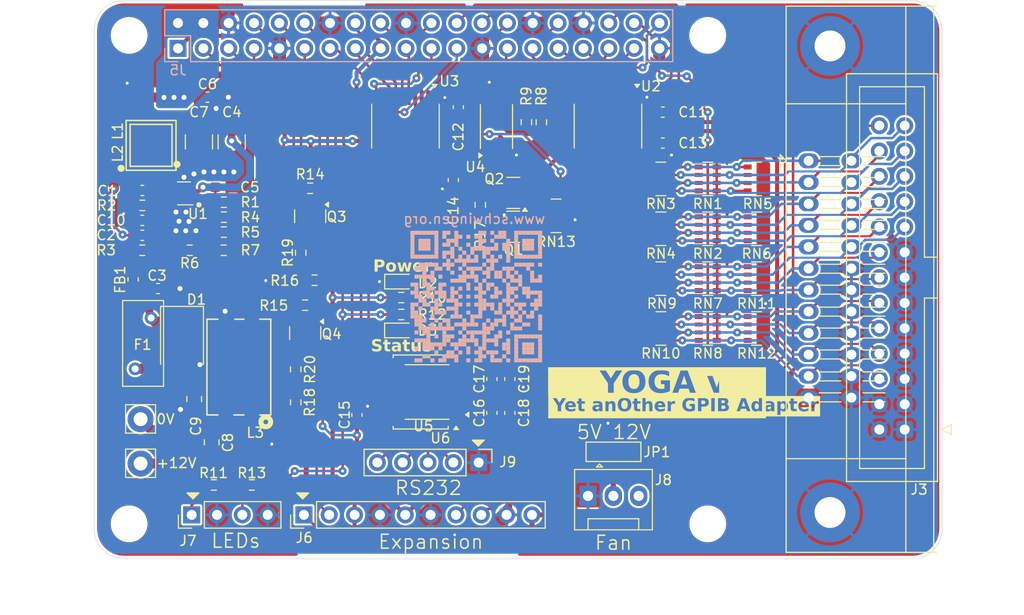
<source format=kicad_pcb>
(kicad_pcb (version 20240108) (generator "pcbnew") (generator_version "8.0")
  (title_block (title "YOGA - Yet anOther GPIB Adapter") (date "2024-03-12") (rev "2.0") (company "Michael Schwingen"))
  (layers (0 "F.Cu" jumper) (31 "B.Cu" mixed) (34 "B.Paste" user) (35 "F.Paste" user) (36 "B.SilkS" user "B.Silkscreen") (37 "F.SilkS" user "F.Silkscreen") (38 "B.Mask" user) (39 "F.Mask" user) (44 "Edge.Cuts" user))
  (net 0 "")
  (net 1 "GND")
  (net 2 "+3.3V")
  (net 3 "+5V")
  (net 4 "/DIO01")
  (net 5 "/DIO02")
  (net 6 "/DIO04")
  (net 7 "/DIO03")
  (net 8 "/NRFD")
  (net 9 "/NDAC")
  (net 10 "/DAV")
  (net 11 "/EOI")
  (net 12 "/IFC")
  (net 13 "/SRQ")
  (net 14 "/ATN")
  (net 15 "Net-(D1-A1)")
  (net 16 "/DIO05")
  (net 17 "/DIO06")
  (net 18 "/DIO07")
  (net 19 "/DIO08")
  (net 20 "Net-(C1-Pad1)")
  (net 21 "/RP_REN")
  (net 22 "/RP_IFC")
  (net 23 "/RP_NDAC")
  (net 24 "/RP_NRFD")
  (net 25 "/RP_DAV")
  (net 26 "/RP_EOI")
  (net 27 "/RP_ATN")
  (net 28 "/RP_SRQ")
  (net 29 "/REN")
  (net 30 "/TXD")
  (net 31 "/RXD")
  (net 32 "Net-(D2-A)")
  (net 33 "Net-(D3-A)")
  (net 34 "/RS232_RTS")
  (net 35 "/RS232_CTS")
  (net 36 "/REN_I")
  (net 37 "/IFC_I")
  (net 38 "/NDAC_I")
  (net 39 "/NRFD_I")
  (net 40 "/DAV_I")
  (net 41 "/EOI_I")
  (net 42 "/ATN_I")
  (net 43 "/SRQ_I")
  (net 44 "/RP_DIO08")
  (net 45 "/RTS")
  (net 46 "/RP_DIO07")
  (net 47 "/ID_SDA")
  (net 48 "/RP_DIO06")
  (net 49 "/RP_DIO05")
  (net 50 "/RP_DIO04")
  (net 51 "/RP_DIO03")
  (net 52 "/ID_SCL")
  (net 53 "Net-(J7-Pin_1)")
  (net 54 "Net-(J7-Pin_3)")
  (net 55 "/CTS")
  (net 56 "/DIO04I")
  (net 57 "/DIO03I")
  (net 58 "/DIO02I")
  (net 59 "/DIO01I")
  (net 60 "/DIO05I")
  (net 61 "/DIO06I")
  (net 62 "/DIO07I")
  (net 63 "/DIO08I")
  (net 64 "/RP_DIO02")
  (net 65 "/RP_DIO01")
  (net 66 "/STATUSLED")
  (net 67 "/SDA")
  (net 68 "/SCL")
  (net 69 "+12V")
  (net 70 "/RS232_TXD")
  (net 71 "/RS232_RXD")
  (net 72 "/GPIO7")
  (net 73 "/GPIO8")
  (net 74 "Net-(L3-5)")
  (net 75 "/SW")
  (net 76 "/FB")
  (net 77 "/IN+")
  (net 78 "/IN-")
  (net 79 "/SS")
  (net 80 "/RT")
  (net 81 "/EN")
  (net 82 "/C1P")
  (net 83 "/C1N")
  (net 84 "/C2P")
  (net 85 "/C2N")
  (net 86 "/VSP")
  (net 87 "/VSN")
  (net 88 "Net-(U1-BST)")
  (net 89 "/ENABLE")
  (net 90 "Net-(J8-Pin_2)")
  (net 92 "/VREF")
  (net 93 "Net-(Q1-B)")
  (net 94 "Net-(Q1-C)")
  (net 95 "Net-(Q2-B)")
  (net 96 "Net-(Q2-C)")
  (net 97 "/SCL_EXT")
  (net 98 "/SDA_EXT")
  (footprint "MountingHole:MountingHole_3.2mm_M3" (layer "F.Cu") (at 53.5 43.5)
    (property "Reference" "H1" (hide yes))
    (property "Value" "MountingHole" (hide yes))
  )
  (footprint "MountingHole:MountingHole_3.2mm_M3" (layer "F.Cu") (at 53.5 92.5)
    (property "Reference" "H3" (hide yes))
    (property "Value" "MountingHole" (hide yes))
  )
  (footprint "MountingHole:MountingHole_3.2mm_M3" (layer "F.Cu") (at 111.5 92.5)
    (property "Reference" "H4" (hide yes))
    (property "Value" "MountingHole" (hide yes))
  )
  (footprint "Connector_IDC:IDC-Header_2x13_P2.54mm_Vertical" (layer "F.Cu") (at 131.24 83.04 180)
    (property "Reference" "J3")
    (property "Value" "Conn_02x13_Odd_Even" (hide yes))
  )
  (footprint "Resistor_SMD:R_0603_1608Metric_Pad0.98x0.95mm_HandSolder" (layer "F.Cu") (at 80.78125 71.5)
    (property "Reference" "R12")
    (property "Value" "4.7k")
  )
  (footprint "Capacitor_SMD:C_0805_2012Metric_Pad1.18x1.45mm_HandSolder" (layer "F.Cu") (at 60.025 79.975 -90)
    (property "Reference" "C9")
    (property "Value" "100nF/50V")
  )
  (footprint "Capacitor_SMD:C_0603_1608Metric_Pad1.08x0.95mm_HandSolder" (layer "F.Cu") (at 86 58 90)
    (property "Reference" "C14")
    (property "Value" "100nF")
  )
  (footprint "Package_SO:TSSOP-20_4.4x6.5mm_P0.65mm" (layer "F.Cu") (at 101.5 52.6 -90)
    (property "Reference" "U2")
    (property "Value" "LSF0108")
  )
  (footprint "Resistor_SMD:R_Array_Convex_4x0603" (layer "F.Cu") (at 96.3 61.6)
    (property "Reference" "RN13")
    (property "Value" "47k")
  )
  (footprint "MS_SMD:L_Wuerth_WE-MAPI-4030-HandSoldering" (layer "F.Cu") (at 55.7 54.5325 180)
    (property "Reference" "L2")
    (property "Value" "4.7uH")
  )
  (footprint "Resistor_SMD:R_0603_1608Metric_Pad0.98x0.95mm_HandSolder" (layer "F.Cu") (at 71.15 70.5625 180)
    (property "Reference" "R15")
    (property "Value" "10k")
  )
  (footprint "Package_SO:SSOP-20_5.3x7.2mm_P0.65mm" (layer "F.Cu") (at 82.725 79.275 180)
    (property "Reference" "U6")
    (property "Value" "SP385E")
  )
  (footprint "Capacitor_SMD:C_0603_1608Metric_Pad1.08x0.95mm_HandSolder" (layer "F.Cu") (at 76.3375 81.574998 90)
    (property "Reference" "C15")
    (property "Value" "100nF" (hide yes))
  )
  (footprint "Capacitor_SMD:C_0603_1608Metric_Pad1.08x0.95mm_HandSolder" (layer "F.Cu") (at 89.8625 81.375 90)
    (property "Reference" "C16")
    (property "Value" "100nF")
  )
  (footprint "Resistor_SMD:R_Array_Convex_4x0603" (layer "F.Cu") (at 116.4 62.9)
    (property "Reference" "RN6")
    (property "Value" "6.8k")
  )
  (footprint "Connector_PinHeader_2.54mm:PinHeader_1x05_P2.54mm_Vertical" (layer "F.Cu") (at 88.54 86.35 -90)
    (property "Reference" "J9")
    (property "Value" "Conn_01x05" (hide yes))
  )
  (footprint "Connector:FanPinHeader_1x03_P2.54mm_Vertical" (layer "F.Cu") (at 99.5 89.7)
    (property "Reference" "J8")
    (property "Value" "22-23-2031")
  )
  (footprint "Resistor_SMD:R_0603_1608Metric_Pad0.98x0.95mm_HandSolder" (layer "F.Cu") (at 54.8225 60.5575 180)
    (property "Reference" "R2")
    (property "Value" "4.7")
  )
  (footprint "Jumper:SolderJumper-3_P2.0mm_Open_TrianglePad1.0x1.5mm" (layer "F.Cu") (at 102.05 85.3)
    (property "Reference" "JP1")
    (property "Value" "Jumper_3_Open" (hide yes))
  )
  (footprint "Capacitor_SMD:C_0603_1608Metric_Pad1.08x0.95mm_HandSolder" (layer "F.Cu") (at 61.36 49.7 180)
    (property "Reference" "C6")
    (property "Value" "100nF/50V")
  )
  (footprint "Resistor_SMD:R_Array_Convex_4x0603" (layer "F.Cu") (at 116.4 67.9)
    (property "Reference" "RN11")
    (property "Value" "6.8k")
  )
  (footprint "Resistor_SMD:R_0603_1608Metric_Pad0.98x0.95mm_HandSolder" (layer "F.Cu") (at 72.0875 68.0625 180)
    (property "Reference" "R16")
    (property "Value" "10k")
  )
  (footprint "LED_SMD:LED_0603_1608Metric_Pad1.05x0.95mm_HandSolder" (layer "F.Cu") (at 80.76875 73.1)
    (property "Reference" "D3")
    (property "Value" "white")
  )
  (footprint "Resistor_SMD:R_0603_1608Metric_Pad0.98x0.95mm_HandSolder" (layer "F.Cu") (at 71.65 58.8375 180)
    (property "Reference" "R14")
    (property "Value" "10k")
  )
  (footprint "Capacitor_SMD:C_0603_1608Metric_Pad1.08x0.95mm_HandSolder" (layer "F.Cu") (at 91.6625 77.975 -90)
    (property "Reference" "C19")
    (property "Value" "100nF")
  )
  (footprint "Resistor_SMD:R_Array_Convex_4x0603" (layer "F.Cu") (at 106.8 72.9 180)
    (property "Reference" "RN10")
    (property "Value" "100")
  )
  (footprint "Resistor_SMD:R_0603_1608Metric_Pad0.98x0.95mm_HandSolder" (layer "F.Cu") (at 93.3225 52.2 -90)
    (property "Reference" "R9")
    (property "Value" "4.7k")
  )
  (footprint "Resistor_SMD:R_0603_1608Metric_Pad0.98x0.95mm_HandSolder" (layer "F.Cu") (at 94.8225 52.2125 -90)
    (property "Reference" "R8")
    (property "Value" "4.7k")
  )
  (footprint "Capacitor_SMD:C_0603_1608Metric_Pad1.08x0.95mm_HandSolder" (layer "F.Cu") (at 54.8225 63.5575 180)
    (property "Reference" "C2")
    (property "Value" "47pF")
  )
  (footprint "Connector_Pin:Pin_D1.4mm_L8.5mm_W2.8mm_FlatFork" (layer "F.Cu") (at 54.65 82 180)
    (property "Reference" "J2" (hide yes))
    (property "Value" "Conn_01x01_Female" (hide yes))
  )
  (footprint "Resistor_SMD:R_Array_Convex_4x0603" (layer "F.Cu") (at 111.5 62.9 180)
    (property "Reference" "RN2")
    (property "Value" "10k")
  )
  (footprint "Resistor_SMD:R_0603_1608Metric_Pad0.98x0.95mm_HandSolder" (layer "F.Cu") (at 63 61.7325)
    (property "Reference" "R4")
    (property "Value" "10k")
  )
  (footprint "Capacitor_SMD:C_0603_1608Metric_Pad1.08x0.95mm_HandSolder" (layer "F.Cu") (at 56.4 68.9 180)
    (property "Reference" "C3")
    (property "Value" "100nF/50V")
  )
  (footprint "Resistor_SMD:R_0603_1608Metric_Pad0.98x0.95mm_HandSolder" (layer "F.Cu") (at 70.2 77 -90)
    (property "Reference" "R20")
    (property "Value" "0")
  )
  (footprint "Resistor_SMD:R_0603_1608Metric_Pad0.98x0.95mm_HandSolder" (layer "F.Cu") (at 88.7 60.5 90)
    (property "Reference" "R17")
    (property "Value" "100k")
  )
  (footprint "Capacitor_SMD:C_0603_1608Metric_Pad1.08x0.95mm_HandSolder" (layer "F.Cu") (at 54.8225 59.0575)
    (property "Reference" "C1")
    (property "Value" "100nF/50V")
  )
  (footprint "Package_SO:TSSOP-20_4.4x6.5mm_P0.65mm" (layer "F.Cu") (at 81.2 52.6 -90)
    (property "Reference" "U3")
    (property "Value" "LSF0108")
  )
  (footprint "Connector_Pin:Pin_D1.4mm_L8.5mm_W2.8mm_FlatFork" (layer "F.Cu") (at 54.65 86.45 180)
    (property "Reference" "J1" (hide yes))
    (property "Value" "Conn_01x01_Female" (hide yes))
  )
  (footprint "MS_SMD:L_Wuerth_WE-LQS-5040-HandSoldering" (layer "F.Cu") (at 55.7 54.5325 180)
    (property "Reference" "L1")
    (property "Value" "4.7uH")
  )
  (footprint "Resistor_SMD:R_0603_1608Metric_Pad0.98x0.95mm_HandSolder" (layer "F.Cu") (at 63 63.2325)
    (property "Reference" "R5")
    (property "Value" "0")
  )
  (footprint "Resistor_SMD:R_Array_Convex_4x0603" (layer "F.Cu") (at 106.8 57.9 180)
    (property "Reference" "RN3")
    (property "Value" "100")
  )
  (footprint "Package_TO_SOT_SMD:SOT-23" (layer "F.Cu") (at 92.0125 59.3 180)
    (property "Reference" "Q2")
    (property "Value" "BCW30")
  )
  (footprint "Package_SO:TSSOP-16_4.4x5mm_P0.65mm" (layer "F.Cu") (at 83.3625 79.275 180)
    (property "Reference" "U5")
    (property "Value" "ADM3202ARU")
  )
  (footprint "MountingHole:MountingHole_3.2mm_M3" (layer "F.Cu") (at 111.5 43.5)
    (property "Reference" "H2" (hide yes))
    (property "Value" "MountingHole" (hide yes))
  )
  (footprint "Inductor_SMD:L_0603_1608Metric_Pad1.05x0.95mm_HandSolder" (layer "F.Cu") (at 53.9 67.975 90)
    (property "Reference" "FB1")
    (property "Value" "742792641")
  )
  (footprint "Fuse:Fuse_BelFuse_0ZRE0005FF_L8.3mm_W3.8mm" (layer "F.Cu") (at 54.1 76.95 90)
    (property "Reference" "F1")
    (property "Value" "PFRA050")
  )
  (footprint "Resistor_SMD:R_Array_Convex_4x0603" (layer "F.Cu") (at 116.4 72.9)
    (property "Reference" "RN12")
    (property "Value" "6.8k")
  )
  (footprint "MS_SMD:SOT-583" (layer "F.Cu") (at 59 59.6 180)
    (property "Reference" "U1")
    (property "Value" "TPS62932")
  )
  (footprint "Package_TO_SOT_SMD:SOT-23" (layer "F.Cu") (at 71.65 61.6375 -90)
    (property "Reference" "Q3")
    (property "Value" "BSS138")
  )
  (footprint "Resistor_SMD:R_0603_1608Metric_Pad0.98x0.95mm_HandSolder" (layer "F.Cu") (at 62.985 65.0575)
    (property "Reference" "R7")
    (property "Value" "82k")
  )
  (footprint "LED_SMD:LED_0603_1608Metric_Pad1.05x0.95mm_HandSolder" (layer "F.Cu") (at 80.78125 68.2)
    (property "Reference" "D2")
    (property "Value" "purple")
  )
  (footprint "Capacitor_SMD:C_0603_1608Metric_Pad1.08x0.95mm_HandSolder" (layer "F.Cu") (at 63 58.7325 180)
    (property "Reference" "C5")
    (property "Value" "100nF/50V")
  )
  (footprint "Resistor_SMD:R_0603_1608Metric_Pad0.98x0.95mm_HandSolder" (layer "F.Cu") (at 80.78125 69.8)
    (property "Reference" "R10")
    (property "Value" "1K")
  )
  (footprint "Capacitor_SMD:C_0805_2012Metric_Pad1.18x1.45mm_HandSolder" (layer "F.Cu") (at 61.775 84.325 90)
    (property "Reference" "C8")
    (property "Value" "100nF/50V")
  )
  (footprint "Resistor_SMD:R_0603_1608Metric_Pad0.98x0.95mm_HandSolder" (layer "F.Cu") (at 62 88.6)
    (property "Reference" "R11")
    (property "Value" "4.7k")
  )
  (footprint "Package_TO_SOT_SMD:SOT-23" (layer "F.Cu") (at 71.15 73.3625 -90)
    (property "Reference" "Q4")
    (property "Value" "BSS138" (hide yes))
  )
  (footprint "Resistor_SMD:R_0603_1608Metric_Pad0.98x0.95mm_HandSolder" (layer "F.Cu") (at 59.585 65.0575)
    (property "Reference" "R6")
    (property "Value" "10k")
  )
  (footprint "Capacitor_SMD:C_0603_1608Metric_Pad1.08x0.95mm_HandSolder" (layer "F.Cu") (at 91.6625 81.375 90)
    (property "Reference" "C18")
    (property "Value" "100nF")
  )
  (footprint "Capacitor_SMD:C_0603_1608Metric_Pad1.08x0.95mm_HandSolder" (layer "F.Cu") (at 107 51.2 180)
    (property "Reference" "C11")
    (property "Value" "100nF")
  )
  (footprint "Capacitor_SMD:C_1210_3225Metric_Pad1.33x2.70mm_HandSolder" (layer "F.Cu") (at 60.4975 54.19 90)
    (property "Reference" "C7")
    (property "Value" "100uF/6V")
  )
  (footprint "Capacitor_SMD:C_0603_1608Metric_Pad1.08x0.95mm_HandSolder" (layer "F.Cu") (at 107 54.3 180)
    (property "Reference" "C13")
    (property "Value" "100nF")
  )
  (footprint "Capacitor_SMD:C_1210_3225Metric_Pad1.33x2.70mm_HandSolder" (layer "F.Cu") (at 63.78 54.1825 90)
    (property "Reference" "C4")
    (property "Value" "10uF/25V")
  )
  (footprint "Resistor_SMD:R_Array_Convex_4x0603" (layer "F.Cu") (at 111.5 67.9 180)
    (property "Reference" "RN7")
    (property "Value" "10k")
  )
  (footprint "MS_SMD:L_Wuerth_WE_SL2" (layer "F.Cu") (at 64.5 76.775)
    (property "Reference" "L3")
    (property "Value" "51uH" (hide yes))
  )
  (footprint "Resistor_SMD:R_Array_Convex_4x0603" (layer "F.Cu") (at 106.8 62.9 180)
    (property "Reference" "RN4")
    (property "Value" "100")
  )
  (footprint "Resistor_SMD:R_Array_Convex_4x0603" (layer "F.Cu") (at 111.5 72.9 180)
    (property "Reference" "RN8")
    (property "Value" "10k")
  )
  (footprint "MS_THT:CN GPIB NorComp_112-024-213R001" (layer "F.Cu") (at 123.755 67.96 90)
    (property "Reference" "J4" (hide yes))
    (property "Value" "Conn_02x12_GPIB_PCB")
  )
  (footprint "Package_TO_SOT_SMD:SOT-23" (layer "F.Cu") (at 92 62.7 180)
    (property "Reference" "Q1")
    (property "Value" "BCW33")
  )
  (footprint "Resistor_SMD:R_0603_1608Metric_Pad0.98x0.95mm_HandSolder" (layer "F.Cu") (at 54.8225 65.0575)
    (property "Reference" "R3")
    (property "Value" "47k")
  )
  (footprint "Resistor_SMD:R_Array_Convex_4x0603" (layer "F.Cu") (at 116.4 57.9)
    (property "Reference" "RN5")
    (property "Value" "6.8k")
  )
  (footprint "Capacitor_SMD:C_0603_1608Metric_Pad1.08x0.95mm_HandSolder" (layer "F.Cu") (at 86.5 50.7 -90)
    (property "Reference" "C12")
    (property "Value" "100nF")
  )
  (footprint "Capacitor_SMD:C_0603_1608Metric_Pad1.08x0.95mm_HandSolder" (layer "F.Cu") (at 89.8625 77.975 90)
    (property "Reference" "C17")
    (property "Value" "100nF")
  )
  (footprint "Resistor_SMD:R_0603_1608Metric_Pad0.98x0.95mm_HandSolder" (layer "F.Cu") (at 70.7 65.3 -90)
    (property "Reference" "R19")
    (property "Value" "0")
  )
  (footprint "Resistor_SMD:R_0603_1608Metric_Pad0.98x0.95mm_HandSolder" (layer "F.Cu") (at 65.8 88.6 180)
    (property "Reference" "R13")
    (property "Value" "680")
  )
  (footprint "Resistor_SMD:R_0603_1608Metric_Pad0.98x0.95mm_HandSolder" (layer "F.Cu") (at 63 60.2325)
    (property "Reference" "R1")
    (property "Value" "47k")
  )
  (footprint "Connector_PinHeader_2.54mm:PinHeader_1x10_P2.54mm_Vertical" (layer "F.Cu") (at 71.02 91.6 90)
    (property "Reference" "J6")
    (property "Value" "Conn_01x10" (hide yes))
  )
  (footprint "Resistor_SMD:R_0603_1608Metric_Pad0.98x0.95mm_HandSolder" (layer "F.Cu") (at 70.2 80.3125 90)
    (property "Reference" "R18")
    (property "Value" "10k")
  )
  (footprint "Resistor_SMD:R_Array_Convex_4x0603" (layer "F.Cu") (at 106.8 67.9 180)
    (property "Reference" "RN9")
    (property "Value" "100")
  )
  (footprint "Connector_PinHeader_2.54mm:PinHeader_1x04_P2.54mm_Vertical" (layer "F.Cu") (at 59.77 91.6 90)
    (property "Reference" "J7")
    (property "Value" "Conn_01x04" (hide yes))
  )
  (footprint "Diode_SMD:D_SMB" (layer "F.Cu") (at 58.8 74.35 -90)
    (property "Reference" "D1")
    (property "Value" "P6SMB15A")
  )
  (footprint "Capacitor_SMD:C_0603_1608Metric_Pad1.08x0.95mm_HandSolder" (layer "F.Cu") (at 54.8225 62.0575)
    (property "Reference" "C10")
    (property "Value" "47nF")
  )
  (footprint "Resistor_SMD:R_Array_Convex_4x0603" (layer "F.Cu") (at 111.5 57.9 180)
    (property "Reference" "RN1")
    (property "Value" "10k")
  )
  (footprint "Package_SO:TSSOP-8_4.4x3mm_P0.65mm" (layer "F.Cu") (at 90.3225 52.65 90)
    (property "Reference" "U4")
    (property "Value" "24LC64")
  )
  (footprint "Connector_PinSocket_2.54mm:PinSocket_2x20_P2.54mm_Vertical" (layer "B.Cu") (at 58.4 44.8 -90)
    (property "Reference" "J5")
    (property "Value" "Raspberry_Pi_2_3")
  )
  (footprint "MS_Mechanical:QR_schwingen_Silk" (layer "B.Cu") (at 88.1 69.9 180)
    (property "Reference" "QR1" (hide yes))
    (property "Value" "www.schwingen.org")
  )
  (gr_rect (start 95.575 81.675) (end 117.275 81.8504) (stroke (width 0.12)) (fill solid) (layer "F.SilkS"))
  (gr_rect (start 95.875 79.525) (end 117.275 79.825) (stroke (width 0.12)) (fill solid) (layer "F.SilkS"))
  (gr_circle (center 60.4975 60.498921) (end 60.356079 60.498921) (stroke (width 0.25)) (fill none) (layer "F.SilkS"))
  (gr_poly (pts (xy 70.9 90) (xy 70.3 89.4) (xy 71.5 89.4) (xy 71 89.9)) (stroke (width 0.12)) (fill solid) (layer "F.SilkS"))
  (gr_rect (start 95.575 76.875) (end 100.55 79.625) (stroke (width 0.12)) (fill solid) (layer "F.SilkS"))
  (gr_rect (start 95.575 76.875) (end 95.825 81.85) (stroke (width 0.12)) (fill solid) (layer "F.SilkS"))
  (gr_rect (start 95.575 76.85) (end 117.275 77.05) (stroke (width 0.12)) (fill solid) (layer "F.SilkS"))
  (gr_rect (start 112.7 76.95) (end 117.275 79.6) (stroke (width 0.12)) (fill solid) (layer "F.SilkS"))
  (gr_rect (start 117.025 76.85) (end 117.275 81.775) (stroke (width 0.12)) (fill solid) (layer "F.SilkS"))
  (gr_poly (pts (xy 88.5 84.7) (xy 87.9 84.1) (xy 89.1 84.1) (xy 88.6 84.6)) (stroke (width 0.12)) (fill solid) (layer "F.SilkS"))
  (gr_poly (pts (xy 59.9 90) (xy 59.3 89.4) (xy 60.5 89.4) (xy 60 89.9)) (stroke (width 0.12)) (fill solid) (layer "F.SilkS"))
  (gr_arc (start 132 40) (mid 134.12132 40.87868) (end 135 43) (stroke (width 0.05)) (layer "Edge.Cuts"))
  (gr_arc (start 135 93) (mid 134.12132 95.12132) (end 132 96) (stroke (width 0.05)) (layer "Edge.Cuts"))
  (gr_line (start 50 93) (end 50 43) (stroke (width 0.05)) (layer "Edge.Cuts"))
  (gr_line (start 131.999999 96.000001) (end 52.999999 96.000001) (stroke (width 0.05)) (layer "Edge.Cuts"))
  (gr_line (start 135 43) (end 135 93) (stroke (width 0.05)) (layer "Edge.Cuts"))
  (gr_line (start 53 40) (end 132 40) (stroke (width 0.05)) (layer "Edge.Cuts"))
  (gr_arc (start 50 43) (mid 50.87868 40.87868) (end 53 40) (stroke (width 0.05)) (layer "Edge.Cuts"))
  (gr_arc (start 52.999999 96.000001) (mid 50.878679 95.121321) (end 49.999999 93.000001) (stroke (width 0.05)) (layer "Edge.Cuts"))
  (gr_text "Yet anOther GPIB Adapter" (at 95.975 81.425 0) (layer "F.SilkS" knockout) (effects (font (size 1.3 1.3) (thickness 0.2) (bold yes)) (justify left bottom)))
  (gr_text "0V" (at 57.15 82 0) (layer "F.SilkS") (effects (font (size 1 1))))
  (gr_text "Expansion" (at 83.74 94.3 0) (layer "F.SilkS") (effects (font (size 1.4 1.4))))
  (gr_text "LEDs" (at 64.19 94.2 0) (layer "F.SilkS") (effects (font (size 1.4 1.4))))
  (gr_text "+12V" (at 58.25 86.4 0) (layer "F.SilkS") (effects (font (size 1 1))))
  (gr_text "Status" (at 80.8 74.7 0) (layer "F.SilkS") (effects (font (size 1.2 1.2) (thickness 0.24) (bold yes))))
  (gr_text "RS232" (at 83.5 88.9 0) (layer "F.SilkS") (effects (font (size 1.4 1.4))))
  (gr_text "YOGA v2" (at 100.675 79.725 0) (layer "F.SilkS" knockout) (effects (font (size 2.2 2.2) (thickness 0.4) (bold yes)) (justify left bottom)))
  (gr_text "Power" (at 80.9 66.7 0) (layer "F.SilkS") (effects (font (size 1.2 1.2) (thickness 0.24) (bold yes))))
  (gr_text "Fan" (at 102.05 94.4 0) (layer "F.SilkS") (effects (font (size 1.4 1.4))))
  (gr_text "5V 12V" (at 102.1 83.3 0) (layer "F.SilkS") (effects (font (size 1.4 1.4))))
  (segment (start 62.0375 57.2) (end 62 57.2) (width 0.4) (layer "F.Cu") (net 1))
  (segment (start 107.8625 55.499996) (end 107.862496 55.5) (width 0.25) (layer "F.Cu") (net 1))
  (segment (start 59 58.8) (end 59 57.7325) (width 0.4) (layer "F.Cu") (net 1))
  (segment (start 117.3 56.7) (end 117.3 59.1) (width 0.25) (layer "F.Cu") (net 1))
  (segment (start 77.6 80.9) (end 77.4 80.7) (width 0.25) (layer "F.Cu") (net 1))
  (segment (start 80.8 72.8) (end 80.8 68.45) (width 0.25) (layer "F.Cu") (net 1))
  (segment (start 59 58.8) (end 59 60.8325) (width 0.4) (layer "F.Cu") (net 1))
  (segment (start 62.2225 49.7) (end 63.4475 49.7) (width 1) (layer "F.Cu") (net 1))
  (segment (start 60.51 63.375) (end 60.5 63.365) (width 0.25) (layer "F.Cu") (net 1))
  (segment (start 92.31 55.5125) (end 92.3225 55.5) (width 0.25) (layer "F.Cu") (net 1))
  (segment (start 91.6625 78.8375) (end 91.7 78.8) (width 0.25) (layer "F.Cu") (net 1))
  (segment (start 53.605 62.0575) (end 52.9475 61.4) (width 0.25) (layer "F.Cu") (net 1))
  (segment (start 86 58.8625) (end 84.937496 58.8625) (width 0.25) (layer "F.Cu") (net 1))
  (segment (start 59 63.365) (end 59.3 63.365) (width 0.25) (layer "F.Cu") (net 1))
  (segment (start 117.3 61.7) (end 117.3 60.4) (width 0.25) (layer "F.Cu") (net 1))
  (segment (start 53.96 62.0575) (end 53.605 62.0575) (width 0.25) (layer "F.Cu") (net 1))
  (segment (start 63.23 71.272941) (end 63.125717 71.168658) (width 1) (layer "F.Cu") (net 1))
  (segment (start 91.7 78.8) (end 93 78.8) (width 0.25) (layer "F.Cu") (net 1))
  (segment (start 80.8 68.45) (end 80.55 68.2) (width 0.25) (layer "F.Cu") (net 1))
  (segment (start 117.3 64.1) (end 117.3 65.399992) (width 0.25) (layer "F.Cu") (net 1))
  (segment (start 60.5 62.9975) (end 60.5 63.7) (width 0.25) (layer "F.Cu") (net 1))
  (segment (start 79.225 80.9) (end 77.6 80.9) (width 0.25) (layer "F.Cu") (net 1))
  (segment (start 62.185 57.3475) (end 62.0375 57.2) (width 0.4) (layer "F.Cu") (net 1))
  (segment (start 59 61.025) (end 59 61.225) (width 0.25) (layer "F.Cu") (net 1))
  (segment (start 63.8975 65.0575) (end 63.8975 64.1325) (width 0.25) (layer "F.Cu") (net 1))
  (segment (start 58.825 76.525) (end 58.8 76.5) (width 1) (layer "F.Cu") (net 1))
  (segment (start 84.937496 58.8625) (end 84.899996 58.9) (width 0.25) (layer "F.Cu") (net 1))
  (segment (start 117.35 61.7) (end 117.35 64.1) (width 0.25) (layer "F.Cu") (net 1))
  (segment (start 117.3 69.1) (end 117.3 70.4) (width 0.25) (layer "F.Cu") (net 1))
  (segment (start 117.3 60.4) (end 117.3 59.1) (width 0.25) (layer "F.Cu") (net 1))
  (segment (start 84.125 49.7375) (end 85.137518 49.7375) (width 0.25) (layer "F.Cu") (net 1))
  (segment (start 63.8625 57.337496) (end 63.999996 57.2) (width 0.25) (layer "F.Cu") (net 1))
  (segment (start 59 61.225) (end 59 63.325) (width 0.25) (layer "F.Cu") (net 1))
  (segment (start 89.9975 48.597504) (end 89.6 48.200004) (width 0.25) (layer "F.Cu") (net 1))
  (segment (start 59 57.7325) (end 59 57.5325) (width 0.4) (layer "F.Cu") (net 1))
  (segment (start 63.8625 58.7325) (end 63.8625 57.337496) (width 0.25) (layer "F.Cu") (net 1))
  (segment (start 58.6625 81.0125) (end 58.65 81.025) (width 1) (layer "F.Cu") (net 1))
  (segment (start 63.8975 64.1325) (end 63.8975 63.2475) (width 0.25) (layer "F.Cu") (net 1))
  (segment (start 86.5 49.8375) (end 85.237518 49.8375) (width 0.25) (layer "F.Cu") (net 1))
  (segment (start 107.8625 51.2) (end 107.8625 50.2625) (width 0.25) (layer "F.Cu") (net 1))
  (segment (start 60.6 76.525) (end 58.825 76.525) (width 1) (layer "F.Cu") (net 1))
  (segment (start 80.5 73.1) (end 80.8 72.8) (width 0.25) (layer "F.Cu") (net 1))
  (segment (start 85.237518 49.8375) (end 85.137518 49.7375) (width 0.25) (layer "F.Cu") (net 1))
  (segment (start 117.35 71.7) (end 117.35 74.1) (width 0.25) (layer "F.Cu") (net 1))
  (segment (start 79.89375 73.1) (end 80.5 73.1) (width 0.25) (layer "F.Cu") (net 1))
  (segment (start 117.3 71.7) (end 117.3 70.4) (width 0.25) (layer "F.Cu") (net 1))
  (segment (start 91.6625 78.8375) (end 91.6625 79.675) (width 0.25) (layer "F.Cu") (net 1))
  (segment (start 60.025 81.0125) (end 58.6625 81.0125) (width 1) (layer "F.Cu") (net 1))
  (segment (start 59.3 63.365) (end 60.5 63.365) (width 0.25) (layer "F.Cu") (net 1))
  (segment (start 117.3 65.399992) (end 117.3 66.7) (width 0.25) (layer "F.Cu") (net 1))
  (segment (start 89.9975 49.7875) (end 89.9975 48.597504) (width 0.25) (layer "F.Cu") (net 1))
  (segment (start 107.8625 54.3) (end 107.8625 55.499996) (width 0.25) (layer "F.Cu") (net 1))
  (segment (start 59.3125 63.3775) (end 59.3 63.365) (width 0.25) (layer "F.Cu") (net 1))
  (segment (start 59.75 58.6) (end 59.75 57.649994) (width 0.35) (layer "F.Cu") (net 1))
  (segment (start 107.8625 50.2625) (end 107.3 49.7) (width 0.25) (layer "F.Cu") (net 1))
  (segment (start 105.4 49.7) (end 105.5625 49.5375) (width 0.25) (layer "F.Cu") (net 1))
  (segment (start 60.4975 65.0575) (end 60.4975 63.3075) (width 0.25) (layer "F.Cu") (net 1))
  (segment (start 97.2 62) (end 98.200004 62) (width 0.25) (layer "F.Cu") (net 1))
  (segment (start 77.387502 80.712498) (end 77.4 80.7) (width 0.2) (layer "F.Cu") (net 1))
  (segment (start 91.35 61.75) (end 91.1 61.5) (width 0.25) (layer "F.Cu") (net 1))
  (segment (start 63.9 65.055) (end 63.8975 65.0575) (width 0.25) (layer "F.Cu") (net 1))
  (segment (start 100.05 89.66) (end 100.01 89.7) (width 0.4) (layer "F.Cu") (net 1))
  (segment (start 105.3625 49.7375) (end 105.4 49.7) (width 0.25) (layer "F.Cu") (net 1))
  (segment (start 57.2625 68.9) (end 58.6 68.9) (width 0.75) (layer "F.Cu") (net 1))
  (segment (start 60.4975 63.54) (end 59.9975 63.04) (width 0.25) (layer "F.Cu") (net 1))
  (segment (start 117.35 66.7) (end 117.35 69.1) (width 0.25) (layer "F.Cu") (net 1))
  (segment (start 80.55 68.2) (end 79.90625 68.2) (width 0.25) (layer "F.Cu") (net 1))
  (segment (start 91.6625 79.675) (end 91.6625 80.5125) (width 0.25) (layer "F.Cu") (net 1))
  (segment (start 59.75 57.649994) (end 60 57.399994) (width 0.35) (layer "F.Cu") (net 1))
  (segment (start 107.3 49.7) (end 105.4 49.7) (width 0.25) (layer "F.Cu") (net 1))
  (segment (start 79.90625 68.2) (end 78.600004 68.2) (width 0.25) (layer "F.Cu") (net 1))
  (segment (start 76.3375 80.712498) (end 77.387502 80.712498) (width 0.2) (layer "F.Cu") (net 1))
  (segment (start 63.8975 63.2475) (end 63.9125 63.2325) (width 0.25) (layer "F.Cu") (net 1))
  (segment (start 104.425 49.7375) (end 105.3625 49.7375) (width 0.25) (layer "F.Cu") (net 1))
  (segment (start 63.8975 64.1325) (end 60.4975 64.1325) (width 0.25) (layer "F.Cu") (net 1))
  (segment (start 63.9125 63.2325) (end 63.9125 61.7325) (width 0.25) (layer "F.Cu") (net 1))
  (segment (start 62.2225 49.7) (end 62.2225 50.825) (width 1) (layer "F.Cu") (net 1))
  (segment (start 89.3475 55.5125) (end 92.31 55.5125) (width 0.25) (layer "F.Cu") (net 1))
  (segment (start 92.9375 61.75) (end 91.35 61.75) (width 0.25) (layer "F.Cu") (net 1))
  (segment (start 63.23 73.025) (end 63.23 71.272941) (width 1) (layer "F.Cu") (net 1))
  (segment (start 59.75 58.6) (end 59.2 58.6) (width 0.35) (layer "F.Cu") (net 1))
  (segment (start 59.2 58.6) (end 59 58.8) (width 0.4) (layer "F.Cu") (net 1))
  (via (at 117.3 65.399992) (size 0.8) (drill 0.3) (layers "F.Cu" "B.Cu") (net 1))
  (via (at 60.6 76.525) (size 1) (drill 0.5) (layers "F.Cu" "B.Cu") (net 1))
  (via (at 93 78.8) (size 0.8) (drill 0.3) (layers "F.Cu" "B.Cu") (net 1))
  (via (at 53.3 48.3) (size 0.8) (drill 0.3) (layers "F.Cu" "B.Cu") (net 1))
  (via (at 101.5 82.4) (size 0.8) (drill 0.3) (layers "F.Cu" "B.Cu") (net 1))
  (via (at 58.6 68.9) (size 1) (drill 0.5) (layers "F.Cu" "B.Cu") (net 1))
  (via (at 62 57.2) (size 1) (drill 0.5) (layers "F.Cu" "B.Cu") (net 1))
  (via (at 60 57.399994) (size 1) (drill 0.5) (layers "F.Cu" "B.Cu") (net 1))
  (via (at 58.65 81.025) (size 1) (drill 0.5) (layers "F.Cu" "B.Cu") (net 1))
  (via (at 59.4975 62.165) (size 1) (drill 0.5) (layers "F.Cu" "B.Cu") (net 1))
  (via (at 67.2 68.1) (size 0.8) (drill 0.3) (layers "F.Cu" "B.Cu") (net 1))
  (via (at 98.200004 62) (size 0.8) (drill 0.3) (layers "F.Cu" "B.Cu") (net 1))
  (via (at 117.3 70.4) (size 0.8) (drill 0.3) (layers "F.Cu" "B.Cu") (net 1))
  (via (at 105.4 49.7) (size 0.8) (drill 0.3) (layers "F.Cu" "B.Cu") (net 1))
  (via (at 107.862496 55.5) (size 0.8) (drill 0.3) (layers "F.Cu" "B.Cu") (net 1))
  (via (at 60.2 63.1) (size 1) (drill 0.5) (layers "F.Cu" "B.Cu") (net 1))
  (via (at 52.9475 61.4) (size 0.8) (drill 0.3) (layers "F.Cu" "B.Cu") (net 1))
  (via (at 58.4975 62.14) (size 1) (drill 0.5) (layers "F.Cu" "B.Cu") (net 1))
  (via (at 61 57.2) (size 1) (drill 0.5) (layers "F.Cu" "B.Cu") (net 1))
  (via (at 59.175 63.1) (size 1) (drill 0.5) (layers "F.Cu" "B.Cu") (net 1))
  (via (at 59 57.7325) (size 1) (drill 0.5) (layers "F.Cu" "B.Cu") (net 1))
  (via (at 63.125717 71.168658) (size 1) (drill 0.5) (layers "F.Cu" "B.Cu") (net 1))
  (via (at 63.999996 57.2) (size 1) (drill 0.5) (layers "F.Cu" "B.Cu") (net 1))
  (via (at 92.3225 55.5) (size 0.8) (drill 0.3) (layers "F.Cu" "B.Cu") (net 1))
  (via (at 89.6 48.200004) (size 0.8) (drill 0.3) (layers "F.Cu" "B.Cu") (net 1))
  (via (at 78.600004 68.2) (size 0.8) (drill 0.3) (layers "F.Cu" "B.Cu") (net 1))
  (via (at 62.2225 50.825) (size 1) (drill 0.5) (layers "F.Cu" "B.Cu") (net 1))
  (via (at 67.8 84.5) (size 0.8) (drill 0.3) (layers "F.Cu" "B.Cu") (net 1))
  (via (at 84.899996 58.9) (size 0.8) (drill 0.3) (layers "F.Cu" "B.Cu") (net 1))
  (via (at 117.3 60.4) (size 0.8) (drill 0.3) (layers "F.Cu" "B.Cu") (net 1))
  (via (at 58.2 61.225) (size 1) (drill 0.5) (layers "F.Cu" "B.Cu") (net 1))
  (via (at 58.2 63.1) (size 1) (drill 0.5) (layers "F.Cu" "B.Cu") (net 1))
  (via (at 59.2 61.225) (size 1) (drill 0.5) (layers "F.Cu" "B.Cu") (net 1))
  (via (at 63 57.2) (size 1) (drill 0.5) (layers "F.Cu" "B.Cu") (net 1))
  (via (at 85.137518 49.7375) (size 0.8) (drill 0.3) (layers "F.Cu" "B.Cu") (net 1))
  (via (at 91.1 61.5) (size 0.8) (drill 0.3) (layers "F.Cu" "B.Cu") (net 1))
  (via (at 77.4 80.7) (size 0.8) (drill 0.3) (layers "F.Cu" "B.Cu") (net 1))
  (via (at 63.4475 49.7) (size 1) (drill 0.5) (layers "F.Cu" "B.Cu") (net 1))
  (segment (start 64.77 43.55) (end 63.48 42.26) (width 0.4) (layer "B.Cu") (net 1))
  (segment (start 67.31 43.55) (end 64.77 43.55) (width 0.4) (layer "B.Cu") (net 1))
  (segment (start 58.3475 62.0575) (end 53.605 62.0575) (width 0.25) (layer "B.Cu") (net 1))
  (segment (start 68.56 44.8) (end 67.31 43.55) (width 0.4) (layer "B.Cu") (net 1))
  (segment (start 53.605 62.0575) (end 52.9475 61.4) (width 0.25) (layer "B.Cu") (net 1))
  (segment (start 58.4975 61.9075) (end 58.3475 62.0575) (width 0.25) (layer "B.Cu") (net 1))
  (segment (start 84.08 88.7) (end 89.3 88.7) (width 0.4) (layer "F.Cu") (net 2))
  (segment (start 79.225 81.55) (end 77.95 81.55) (width 0.25) (layer "F.Cu") (net 2))
  (segment (start 73.2 63.85) (end 72.6 63.25) (width 0.25) (layer "F.Cu") (net 2))
  (segment (start 86.5 51.5625) (end 89.8625 51.5625) (width 0.4) (layer "F.Cu") (net 2))
  (segment (start 72.1 72.425) (end 72.1 70.6) (width 0.25) (layer "F.Cu") (net 2))
  (segment (start 114.7 78.8) (end 118.45 75.05) (width 0.4) (layer "F.Cu") (net 2))
  (segment (start 72.1 70.6) (end 72.0625 70.5625) (width 0.25) (layer "F.Cu") (net 2))
  (segment (start 78.3 52.7) (end 76.299996 50.699996) (width 0.4) (layer "F.Cu") (net 2))
  (segment (start 72.0625 70.5625) (end 72.0625 67.5) (width 0.25) (layer "F.Cu") (net 2))
  (segment (start 77.3 82.2) (end 77.062502 82.437498) (width 0.25) (layer "F.Cu") (net 2))
  (segment (start 78.72 44.17) (end 78.72 44.8) (width 0.4) (layer "F.Cu") (net 2))
  (segment (start 89.3475 49.7875) (end 89.3475 51.5625) (width 0.25) (layer "F.Cu") (net 2))
  (segment (start 97.75 51.25) (end 104.15 51.25) (width 0.4) (layer "F.Cu") (net 2))
  (segment (start 77.062502 82.437498) (end 76.8125 82.437498) (width 0.25) (layer "F.Cu") (net 2))
  (segment (start 76.8125 82.437498) (end 76.3375 82.437498) (width 0.25) (layer "F.Cu") (net 2))
  (segment (start 72.5625 58.8375) (end 72.5625 60.6625) (width 0.25) (layer "F.Cu") (net 2))
  (segment (start 72.9 73.225) (end 72.9 82.699994) (width 0.25) (layer "F.Cu") (net 2))
  (segment (start 64.75 43) (end 64.75 41.65) (width 0.4) (layer "F.Cu") (net 2))
  (segment (start 118.45 75.05) (end 118.45 56.05) (width 0.4) (layer "F.Cu") (net 2))
  (segment (start 83.475 49.7375) (end 83.475 51.5) (width 0.4) (layer "F.Cu") (net 2))
  (segment (start 72.1 72.425) (end 72.9 73.225) (width 0.25) (layer "F.Cu") (net 2))
  (segment (start 106.1 52.2) (end 106.1375 52.1625) (width 0.4) (layer "F.Cu") (net 2))
  (segment (start 83.5375 51.5625) (end 86.5 51.5625) (width 0.4) (layer "F.Cu") (net 2))
  (segment (start 81.18 91.6) (end 76.3375 86.7575) (width 0.4) (layer "F.Cu") (net 2))
  (segment (start 64.75 41.65) (end 65.5 40.9) (width 0.4) (layer "F.Cu") (net 2))
  (segment (start 76.299996 50.699996) (end 76.299996 48.2) (width 0.4) (layer "F.Cu") (net 2))
  (segment (start 81.18 91.6) (end 84.08 88.7) (width 0.4) (layer "F.Cu") (net 2))
  (segment (start 91.425 53.125) (end 94.8225 53.125) (width 0.4) (layer "F.Cu") (net 2))
  (segment (start 73.2 66.3625) (end 73.2 63.85) (width 0.25) (layer "F.Cu") (net 2))
  (segment (start 83.475 51.5) (end 82.275 52.7) (width 0.4) (layer "F.Cu") (net 2))
  (segment (start 89.8625 51.5625) (end 91.425 53.125) (width 0.4) (layer "F.Cu") (net 2))
  (segment (start 64.2 43.55) (end 64.75 43) (width 0.4) (layer "F.Cu") (net 2))
  (segment (start 82.275 52.7) (end 78.3 52.7) (width 0.4) (layer "F.Cu") (net 2))
  (segment (start 77.43 41.742233) (end 77.43 42.88) (width 0.4) (layer "F.Cu") (net 2))
  (segment (start 95.875 53.125) (end 97.75 51.25) (width 0.4) (layer "F.Cu") (net 2))
  (segment (start 94.8225 53.125) (end 95.875 53.125) (width 0.4) (layer "F.Cu") (net 2))
  (segment (start 99.2 78.8) (end 114.7 78.8) (width 0.4) (layer "F.Cu") (net 2))
  (segment (start 77.95 81.55) (end 77.062502 82.437498) (width 0.25) (layer "F.Cu") (net 2))
  (segment (start 76.3375 86.7575) (end 76.3375 82.437498) (width 0.4) (layer "F.Cu") (net 2))
  (segment (start 106.1375 52.1625) (end 106.1375 51.2) (width 0.4) (layer "F.Cu") (net 2))
  (segment (start 79.225 82.2) (end 77.3 82.2) (width 0.25) (layer "F.Cu") (net 2))
  (segment (start 89.3 88.7) (end 99.2 78.8) (width 0.4) (layer "F.Cu") (net 2))
  (segment (start 118.45 56.05) (end 114.6 52.2) (width 0.4) (layer "F.Cu") (net 2))
  (segment (start 65.5 40.9) (end 76.587767 40.9) (width 0.4) (layer "F.Cu") (net 2))
  (segment (start 72.5625 60.6625) (end 72.6 60.7) (width 0.25) (layer "F.Cu") (net 2))
  (segment (start 72.6 63.25) (end 72.6 60.7) (width 0.25) (layer "F.Cu") (net 2))
  (segment (start 59.65 43.55) (end 64.2 43.55) (width 0.4) (layer "F.Cu") (net 2))
  (segment (start 72.0625 67.5) (end 73.2 66.3625) (width 0.25) (layer "F.Cu") (net 2))
  (segment (start 77.43 42.88) (end 78.72 44.17) (width 0.4) (layer "F.Cu") (net 2))
  (segment (start 114.6 52.2) (end 106.1 52.2) (width 0.4) (layer "F.Cu") (net 2))
  (segment (start 58.4 44.8) (end 59.65 43.55) (width 0.4) (layer "F.Cu") (net 2))
  (segment (start 103.775 51.25) (end 103.775 49.7375) (width 0.4) (layer "F.Cu") (net 2))
  (segment (start 105.1 52.2) (end 106.1 52.2) (width 0.4) (layer "F.Cu") (net 2))
  (segment (start 104.15 51.25) (end 105.1 52.2) (width 0.4) (layer "F.Cu") (net 2))
  (segment (start 76.587767 40.9) (end 77.43 41.742233) (width 0.4) (layer "F.Cu") (net 2))
  (segment (start 83.475 51.5) (end 83.5375 51.5625) (width 0.4) (layer "F.Cu") (net 2))
  (via (at 72.9 82.699994) (size 0.8) (drill 0.3) (layers "F.Cu" "B.Cu") (net 2))
  (via (at 76.3375 83.6) (size 0.8) (drill 0.3) (layers "F.Cu" "B.Cu") (net 2))
  (via (at 76.299996 48.2) (size 0.8) (drill 0.3) (layers "F.Cu" "B.Cu") (net 2))
  (segment (start 76.3375 83.6) (end 73.800006 83.6) (width 0.25) (layer "B.Cu") (net 2))
  (segment (start 76.299996 47.220004) (end 76.299996 48.2) (width 0.4) (layer "B.Cu") (net 2))
  (segment (start 78.72 44.8) (end 76.299996 47.220004) (width 0.4) (layer "B.Cu") (net 2))
  (segment (start 73.800006 83.6) (end 72.9 82.699994) (width 0.25) (layer "B.Cu") (net 2))
  (segment (start 94.45 57.75) (end 93.85 58.35) (width 0.4) (layer "F.Cu") (net 3))
  (segment (start 55.895 52.6275) (end 55.7 52.4325) (width 1) (layer "F.Cu") (net 3))
  (segment (start 53.91 63.6075) (end 53.96 63.5575) (width 0.25) (layer "F.Cu") (net 3))
  (segment (start 69 54.1) (end 69 80.7) (width 0.25) (layer "F.Cu") (net 3))
  (segment (start 59 49.725) (end 59.025 49.7) (width 1) (layer "F.Cu") (net 3))
  (segment (start 58 49.725) (end 58.025 49.7) (width 1) (layer "F.Cu") (net 3))
  (segment (start 51.9775 58.882498) (end 51.9775 50.8325) (width 1) (layer "F.Cu") (net 3))
  (segment (start 71.7 54.100002) (end 71.7 56.1) (width 0.4) (layer "F.Cu") (net 3))
  (segment (start 69.1 53.2) (end 69.1 54) (width 0.4) (layer "F.Cu") (net 3))
  (segment (start 79.86875 69.8) (end 78.7 69.8) (width 0.25) (layer "F.Cu") (net 3))
  (segment (start 111.8 53.1) (end 97.8 53.1) (width 0.4) (layer "F.Cu") (net 3))
  (segment (start 85.000002 54.100002) (end 75.9 54.100002) (width 0.4) (layer "F.Cu") (net 3))
  (segment (start 56.975 49.7) (end 57 49.725) (width 1) (layer "F.Cu") (net 3))
  (segment (start 60.4975 52.6275) (end 55.895 52.6275) (width 1) (layer "F.Cu") (net 3))
  (segment (start 60.4975 49.7) (end 61.6975 48.5) (width 0.4) (layer "F.Cu") (net 3))
  (segment (start 61.6975 48.5) (end 64.4 48.5) (width 0.4) (layer "F.Cu") (net 3))
  (segment (start 51.9775 50.8325) (end 53.085 49.725) (width 1) (layer "F.Cu") (net 3))
  (segment (start 60.4975 49.7) (end 60.4975 52.6275) (width 1) (layer "F.Cu") (net 3))
  (segment (start 112.4 56.7) (end 112.4 54.7) (width 0.25) (layer "F.Cu") (net 3))
  (segment (start 112.4 59.1) (end 112.4 56.7) (width 0.25) (layer "F.Cu") (net 3))
  (segment (start 76.1 90.2) (end 76.1 91.6) (width 0.4) (layer "F.Cu") (net 3))
  (segment (start 112.4 53.7) (end 111.8 53.1) (width 0.4) (layer "F.Cu") (net 3))
  (segment (start 93.85 58.35) (end 89.25 58.35) (width 0.4) (layer "F.Cu") (net 3))
  (segment (start 92.6 90.3) (end 97.6 85.3) (width 0.4) (layer "F.Cu") (net 3))
  (segment (start 57 49.725) (end 57.025 49.7) (width 1) (layer "F.Cu") (net 3))
  (segment (start 69.1 54) (end 69 54.1) (width 0.25) (layer "F.Cu") (net 3))
  (segment (start 73.9 68) (end 73.9 69.8) (width 0.4) (layer "F.Cu") (net 3))
  (segment (start 73 68.0625) (end 73.8375 68.0625) (width 0.25) (layer "F.Cu") (net 3))
  (segment (start 53.085 49.725) (end 57 49.725) (width 1) (layer "F.Cu") (net 3))
  (segment (start 64.4 48.5) (end 69.1 53.2) (width 0.4) (layer "F.Cu") (net 3))
  (segment (start 112.4 61.7) (end 112.4 59.1) (width 0.25) (layer "F.Cu") (net 3))
  (segment (start 112.4 69.1) (end 112.4 71.7) (width 0.25) (layer "F.Cu") (net 3))
  (segment (start 97.6 85.3) (end 100.05 85.3) (width 0.4) (layer "F.Cu") (net 3))
  (segment (start 89.25 58.35) (end 85.000002 54.100002) (width 0.4) (layer "F.Cu") (net 3))
  (segment (start 112.4 66.7) (end 112.4 64.1) (width 0.25) (layer "F.Cu") (net 3))
  (segment (start 60.94 42.26) (end 58.4 42.26) (width 1) (layer "F.Cu") (net 3))
  (segment (start 76.8 93.4) (end 91.6 93.4) (width 0.4) (layer "F.Cu") (net 3))
  (segment (start 69 80.7) (end 69.525 81.225) (width 0.25) (layer "F.Cu") (net 3))
  (segment (start 112.4 54.7) (end 112.4 53.7) (width 0.4) (layer "F.Cu") (net 3))
  (segment (start 73.8375 68.0625) (end 73.9 68) (width 0.25) (layer "F.Cu") (net 3))
  (segment (start 51.3 59.559998) (end 51.3 87.05) (width 0.25) (layer "F.Cu") (net 3))
  (segment (start 112.45 64.1) (end 112.45 61.7) (width 0.25) (layer "F.Cu") (net 3))
  (segment (start 58.975 49.7) (end 59 49.725) (width 1) (layer "F.Cu") (net 3))
  (segment (start 57.025 49.7) (end 57.975 49.7) (width 1) (layer "F.Cu") (net 3))
  (segment (start 73.8 70.3) (end 73.9 70.4) (width 0.25) (layer "F.Cu") (net 3))
  (segment (start 53.96 63.5575) (end 52.9225 63.5575) (width 0.25) (layer "F.Cu") (net 3))
  (segment (start 69.525 81.225) (end 70.2 81.225) (width 0.25) (layer "F.Cu") (net 3))
  (segment (start 59.025 49.7) (end 60.4975 49.7) (width 1) (layer "F.Cu") (net 3))
  (segment (start 96.8 55.4) (end 94.45 57.75) (width 0.4) (layer "F.Cu") (net 3))
  (segment (start 91.6 93.4) (end 92.6 92.4) (width 0.4) (layer "F.Cu") (net 3))
  (segment (start 73.9 58.3) (end 73.9 68) (width 0.4) (layer "F.Cu") (net 3))
  (segment (start 73.9 88) (end 76.1 90.2) (width 0.4) (layer "F.Cu") (net 3))
  (segment (start 112.45 74.1) (end 112.45 71.7) (width 0.25) (layer "F.Cu") (net 3))
  (segment (start 53.91 65.0575) (end 53.91 63.6075) (width 0.25) (layer "F.Cu") (net 3))
  (segment (start 51.3 87.05) (end 52.85 88.6) (width 0.25) (layer "F.Cu") (net 3))
  (segment (start 58.025 49.7) (end 58.975 49.7) (width 1) (layer "F.Cu") (net 3))
  (segment (start 52.9225 63.5575) (end 52.8475 63.4825) (width 0.25) (layer "F.Cu") (net 3))
  (segment (start 97.8 53.1) (end 96.8 54.1) (width 0.4) (layer "F.Cu") (net 3))
  (segment (start 51.9775 58.882498) (end 51.3 59.559998) (width 0.25) (layer "F.Cu") (net 3))
  (segment (start 71.7 56.1) (end 73.9 58.3) (width 0.4) (layer "F.Cu") (net 3))
  (segment (start 73.9 70.4) (end 73.9 88) (width 0.4) (layer "F.Cu") (net 3))
  (segment (start 76.1 91.6) (end 76.1 92.7) (width 0.4) (layer "F.Cu") (net 3))
  (segment (start 52.85 88.6) (end 61.0875 88.6) (width 0.25) (layer "F.Cu") (net 3))
  (segment (start 96.8 54.1) (end 96.8 55.4) (width 0.4) (layer "F.Cu") (net 3))
  (segment (start 112.45 69.1) (end 112.45 66.7) (width 0.25) (layer "F.Cu") (net 3))
  (segment (start 76.1 92.7) (end 76.8 93.4) (width 0.4) (layer "F.Cu") (net 3))
  (segment (start 95.4 60.4) (end 95.4 58.7) (width 0.25) (layer "F.Cu") (net 3))
  (segment (start 73.9 69.8) (end 73.9 70.4) (width 0.4) (layer "F.Cu") (net 3))
  (segment (start 92.6 92.4) (end 92.6 90.3) (width 0.4) (layer "F.Cu") (net 3))
  (segment (start 95.4 58.7) (end 94.45 57.75) (width 0.25) (layer "F.Cu") (net 3))
  (segment (start 57.975 49.7) (end 58 49.725) (width 1) (layer "F.Cu") (net 3))
  (via (at 51.9775 58.882498) (size 0.8) (drill 0.3) (layers "F.Cu" "B.Cu") (net 3))
  (via (at 57 49.725) (size 1) (drill 0.5) (layers "F.Cu" "B.Cu") (net 3))
  (via (at 73.9 69.8) (size 0.8) (drill 0.3) (layers "F.Cu" "B.Cu") (net 3))
  (via (at 52.8475 63.4825) (size 0.8) (drill 0.3) (layers "F.Cu" "B.Cu") (net 3))
  (via (at 78.7 69.8) (size 0.8) (drill 0.3) (layers "F.Cu" "B.Cu") (net 3))
  (via (at 59 49.725) (size 1) (drill 0.5) (layers "F.Cu" "B.Cu") (net 3))
  (via (at 58 49.725) (size 1) (drill 0.5) (layers "F.Cu" "B.Cu") (net 3))
  (via (at 75.9 54.100002) (size 0.8) (drill 0.3) (layers "F.Cu" "B.Cu") (net 3))
  (via (at 69.1 54) (size 0.8) (drill 0.3) (layers "F.Cu" "B.Cu") (net 3))
  (via (at 71.7 54.100002) (size 0.8) (drill 0.3) (layers "F.Cu" "B.Cu") (net 3))
  (segment (start 78.7 69.8) (end 73.9 69.8) (width 0.25) (layer "B.Cu") (net 3))
  (segment (start 60.94 42.26) (end 59.7 42.26) (width 1) (layer "B.Cu") (net 3))
  (segment (start 69.200002 54.100002) (end 71.7 54.100002) (width 0.4) (layer "B.Cu") (net 3))
  (segment (start 52.8475 63.4825) (end 51.9775 62.6125) (width 0.25) (layer "B.Cu") (net 3))
  (segment (start 57 49.725) (end 59 49.725) (width 1) (layer "B.Cu") (net 3))
  (segment (start 51.9775 62.6125) (end 51.9775 58.882498) (width 0.25) (layer "B.Cu") (net 3))
  (segment (start 69.1 54) (end 69.200002 54.100002) (width 0.4) (layer "B.Cu") (net 3))
  (segment (start 71.7 54.100002) (end 75.9 54.100002) (width 0.4) (layer "B.Cu") (net 3))
  (segment (start 59.7 42.26) (end 58.4 42.26) (width 1) (layer "B.Cu") (net 3))
  (segment (start 109.5 56.7) (end 107.7 56.7) (width 0.25) (layer "F.Cu") (net 4))
  (segment (start 128.7 52.56) (end 127.24 52.56) (width 0.25) (layer "F.Cu") (net 4))
  (segment (start 127.24 52.56) (end 123.72 56.08) (width 0.25) (layer "F.Cu") (net 4))
  (segment (start 123.72 56.08) (end 121.61 56.08) (width 0.25) (layer "F.Cu") (net 4))
  (segment (start 109.5 56.7) (end 110.6 56.7) (width 0.25) (layer "F.Cu") (net 4))
  (segment (start 114.4 56.7) (end 115.5 56.7) (width 0.25) (layer "F.Cu") (net 4))
  (via (at 114.4 56.7) (size 0.8) (drill 0.3) (layers "F.Cu" "B.Cu") (net 4))
  (via (at 109.5 56.7) (size 0.8) (drill 0.3) (layers "F.Cu" "B.Cu") (net 4))
  (segment (start 115.02 56.08) (end 121.61 56.08) (width 0.25) (layer "B.Cu") (net 4))
  (segment (start 109.5 56.7) (end 114.4 56.7) (width 0.25) (layer "B.Cu") (net 4))
  (segment (start 114.4 56.7) (end 115.02 56.08) (width 0.25) (layer "B.Cu") (net 4))
  (segment (start 115.5 58.3) (end 114.4 58.3) (width 0.25) (layer "F.Cu") (net 5))
  (segment (start 127.05 57.15) (end 122.7 57.15) (width 0.2) (layer "F.Cu") (net 5))
  (segment (start 128.7 55.1) (end 128.7 55.5) (width 0.25) (layer "F.Cu") (net 5))
  (segment (start 110.6 58.3) (end 109.5 58.3) (width 0.25) (layer "F.Cu") (net 5))
  (segment (start 109.5 58.3) (end 107.7 58.3) (width 0.25) (layer "F.Cu") (net 5))
  (segment (start 122.7 57.15) (end 121.61 58.24) (width 0.25) (layer "F.Cu") (net 5))
  (segment (start 128.7 55.5) (end 127.05 57.15) (width 0.25) (layer "F.Cu") (net 5))
  (via (at 109.5 58.3) (size 0.8) (drill 0.3) (layers "F.Cu" "B.Cu") (net 5))
  (via (at 114.4 58.3) (size 0.8) (drill 0.3) (layers "F.Cu" "B.Cu") (net 5))
  (segment (start 114.46 58.24) (end 121.61 58.24) (width 0.25) (layer "B.Cu") (net 5))
  (segment (start 114.4 58.3) (end 114.46 58.24) (width 0.25) (layer "B.Cu") (net 5))
  (segment (start 109.5 58.3) (end 114.4 58.3) (width 0.25) (layer "B.Cu") (net 5))
  (segment (start 115.55 63.3) (end 114.45 63.3) (width 0.25) (layer "F.Cu") (net 6))
  (segment (start 128.7 60.18) (end 127.38 61.5) (width 0.25) (layer "F.Cu") (net 6))
  (segment (start 122.67 61.5) (end 121.61 62.56) (width 0.25) (layer "F.Cu") (net 6))
  (segment (start 127.38 61.5) (end 122.67 61.5) (width 0.2) (layer "F.Cu") (net 6))
  (segment (start 110.65 63.3) (end 109.55 63.3) (width 0.25) (layer "F.Cu") (net 6))
  (segment (start 109.55 63.3) (end 107.75 63.3) (width 0.25) (layer "F.Cu") (net 6))
  (via (at 109.55 63.3) (size 0.8) (drill 0.3) (layers "F.Cu" "B.Cu") (net 6))
  (via (at 114.45 63.3) (size 0.8) (drill 0.3) (layers "F.Cu" "B.Cu") (net 6))
  (segment (start 119.1 63.3) (end 114.45 63.3) (width 0.25) (layer "B.Cu") (net 6))
  (segment (start 119.84 62.56) (end 119.1 63.3) (width 0.25) (layer "B.Cu") (net 6))
  (segment (start 121.61 62.56) (end 119.84 62.56) (width 0.25) (layer "B.Cu") (net 6))
  (segment (start 109.55 63.3) (end 114.45 63.3) (width 0.25) (layer "B.Cu") (net 6))
  (segment (start 128.7 57.7) (end 127.1 59.3) (width 0.25) (layer "F.Cu") (net 7))
  (segment (start 114.45 61.7) (end 115.55 61.7) (width 0.25) (layer "F.Cu") (net 7))
  (segment (start 122.71 59.3) (end 121.61 60.4) (width 0.25) (layer "F.Cu") (net 7))
  (segment (start 109.55 61.7) (end 107.75 61.7) (width 0.25) (layer "F.Cu") (net 7))
  (segment (start 109.55 61.7) (end 110.65 61.7) (width 0.25) (layer "F.Cu") (net 7))
  (segment (start 127.1 59.3) (end 122.71 59.3) (width 0.2) (layer "F.Cu") (net 7))
  (segment (start 128.7 57.64) (end 128.7 57.7) (width 0.25) (layer "F.Cu") (net 7))
  (via (at 114.45 61.7) (size 0.8) (drill 0.3) (layers "F.Cu" "B.Cu") (net 7))
  (via (at 109.55 61.7) (size 0.8) (drill 0.3) (layers "F.Cu" "B.Cu") (net 7))
  (segment (start 109.55 61.7) (end 114.45 61.7) (width 0.25) (layer "B.Cu") (net 7))
  (segment (start 118.9 60.4) (end 121.61 60.4) (width 0.25) (layer "B.Cu") (net 7))
  (segment (start 117.6 61.7) (end 118.9 60.4) (width 0.25) (layer "B.Cu") (net 7))
  (segment (start 114.45 61.7) (end 117.6 61.7) (width 0.25) (layer "B.Cu") (net 7))
  (segment (start 121.61 69.04) (end 122.7 67.95) (width 0.25) (layer "F.Cu") (net 8))
  (segment (start 122.7 67.95) (end 128.55 67.95) (width 0.2) (layer "F.Cu") (net 8))
  (segment (start 128.55 67.95) (end 128.7 67.8) (width 0.25) (layer "F.Cu") (net 8))
  (segment (start 108.95 69.1) (end 107.75 69.1) (width 0.25) (layer "F.Cu") (net 8))
  (segment (start 113.85 69.1) (end 115.55 69.1) (width 0.25) (layer "F.Cu") (net 8))
  (segment (start 108.95 69.1) (end 110.65 69.1) (width 0.25) (layer "F.Cu") (net 8))
  (via (at 108.95 69.1) (size 0.8) (drill 0.3) (layers "F.Cu" "B.Cu") (net 8))
  (via (at 113.85 69.1) (size 0.8) (drill 0.3) (layers "F.Cu" "B.Cu") (net 8))
  (segment (start 113.85 69.1) (end 113.95 69.2) (width 0.25) (layer "B.Cu") (net 8))
  (segment (start 108.95 69.1) (end 113.85 69.1) (width 0.25) (layer "B.Cu") (net 8))
  (segment (start 118.9 69.1) (end 118.96 69.04) (width 0.25) (layer "B.Cu") (net 8))
  (segment (start 113.85 69.1) (end 118.9 69.1) (width 0.25) (layer "B.Cu") (net 8))
  (segment (start 118.96 69.04) (end 121.61 69.04) (width 0.25) (layer "B.Cu") (net 8))
  (segment (start 121.61 71.2) (end 122.66 70.15) (width 0.25) (layer "F.Cu") (net 9))
  (segment (start 114.45 71.7) (end 115.55 71.7) (width 0.25) (layer "F.Cu") (net 9))
  (segment (start 122.66 70.15) (end 128.51 70.15) (width 0.2) (layer "F.Cu") (net 9))
  (segment (start 109.55 71.7) (end 107.75 71.7) (width 0.25) (layer "F.Cu") (net 9))
  (segment (start 128.51 70.15) (end 128.7 70.34) (width 0.25) (layer "F.Cu") (net 9))
  (segment (start 109.55 71.7) (end 110.65 71.7) (width 0.25) (layer "F.Cu") (net 9))
  (via (at 114.45 71.7) (size 0.8) (drill 0.3) (layers "F.Cu" "B.Cu") (net 9))
  (via (at 109.55 71.7) (size 0.8) (drill 0.3) (layers "F.Cu" "B.Cu") (net 9))
  (segment (start 114.45 71.7) (end 109.55 71.7) (width 0.25) (layer "B.Cu") (net 9))
  (segment (start 118.3 71.2) (end 117.8 71.7) (width 0.25) (layer "B.Cu") (net 9))
  (segment (start 121.61 71.2) (end 118.3 71.2) (width 0.25) (layer "B.Cu") (net 9))
  (segment (start 117.8 71.7) (end 114.45 71.7) (width 0.25) (layer "B.Cu") (net 9))
  (segment (start 109.55 68.3) (end 107.75 68.3) (width 0.25) (layer "F.Cu") (net 10))
  (segment (start 110.65 68.3) (end 109.55 68.3) (width 0.25) (layer "F.Cu") (net 10))
  (segment (start 115.55 68.3) (end 114.45 68.3) (width 0.25) (layer "F.Cu") (net 10))
  (segment (start 122.69 65.8) (end 121.61 66.88) (width 0.25) (layer "F.Cu") (net 10))
  (segment (start 128.16 65.8) (end 122.69 65.8) (width 0.2) (layer "F.Cu") (net 10))
  (segment (start 128.7 65.26) (end 128.16 65.8) (width 0.25) (layer "F.Cu") (net 10))
  (via (at 109.55 68.3) (size 0.8) (drill 0.3) (layers "F.Cu" "B.Cu") (net 10))
  (via (at 114.45 68.3) (size 0.8) (drill 0.3) (layers "F.Cu" "B.Cu") (net 10))
  (segment (start 109.55 68.3) (end 114.45 68.3) (width 0.25) (layer "B.Cu") (net 10))
  (segment (start 120.02 66.88) (end 118.6 68.3) (width 0.25) (layer "B.Cu") (net 10))
  (segment (start 121.61 66.88) (end 120.02 66.88) (width 0.25) (layer "B.Cu") (net 10))
  (segment (start 118.6 68.3) (end 114.45 68.3) (width 0.25) (layer "B.Cu") (net 10))
  (segment (start 109.55 66.7) (end 107.75 66.7) (width 0.25) (layer "F.Cu") (net 11))
  (segment (start 122.68 63.65) (end 121.61 64.72) (width 0.25) (layer "F.Cu") (net 11))
  (segment (start 109.55 66.7) (end 110.65 66.7) (width 0.25) (layer "F.Cu") (net 11))
  (segment (start 127.77 63.65) (end 122.68 63.65) (width 0.2) (layer "F.Cu") (net 11))
  (segment (start 114.45 66.7) (end 115.55 66.7) (width 0.25) (layer "F.Cu") (net 11))
  (segment (start 128.7 62.72) (end 127.77 63.65) (width 0.25) (layer "F.Cu") (net 11))
  (via (at 114.45 66.7) (size 0.8) (drill 0.3) (layers "F.Cu" "B.Cu") (net 11))
  (via (at 109.55 66.7) (size 0.8) (drill 0.3) (layers "F.Cu" "B.Cu") (net 11))
  (segment (start 114.45 66.7) (end 117.4 66.7) (width 0.25) (layer "B.Cu") (net 11))
  (segment (start 109.55 66.7) (end 114.45 66.7) (width 0.25) (layer "B.Cu") (net 11))
  (segment (start 119.38 64.72) (end 121.61 64.72) (width 0.25) (layer "B.Cu") (net 11))
  (segment (start 117.4 66.7) (end 119.38 64.72) (width 0.25) (layer "B.Cu") (net 11))
  (segment (start 108.85 72.5) (end 107.75 72.5) (width 0.25) (layer "F.Cu") (net 12))
  (segment (start 113.75 72.5) (end 115.55 72.5) (width 0.25) (layer "F.Cu") (net 12))
  (segment (start 128.12 72.3) (end 128.7 72.88) (width 0.25) (layer "F.Cu") (net 12))
  (segment (start 108.85 72.5) (end 110.65 72.5) (width 0.25) (layer "F.Cu") (net 12))
  (segment (start 121.61 73.36) (end 122.67 72.3) (width 0.25) (layer "F.Cu") (net 12))
  (segment (start 122.67 72.3) (end 128.12 72.3) (width 0.2) (layer "F.Cu") (net 12))
  (via (at 108.85 72.5) (size 0.8) (drill 0.3) (layers "F.Cu" "B.Cu") (net 12))
  (via (at 113.75 72.5) (size 0.8) (drill 0.3) (layers "F.Cu" "B.Cu") (net 12))
  (segment (start 118.8 72.5) (end 119.66 73.36) (width 0.25) (layer "B.Cu") (net 12))
  (segment (start 113.75 72.5) (end 118.8 72.5) (width 0.25) (layer "B.Cu") (net 12))
  (segment (start 108.85 72.5) (end 113.75 72.5) (width 0.25) (layer "B.Cu") (net 12))
  (segment (start 119.66 73.36) (end 121.61 73.36) (width 0.25) (layer "B.Cu") (net 12))
  (segment (start 109.55 73.3) (end 107.75 73.3) (width 0.25) (layer "F.Cu") (net 13))
  (segment (start 115.55 73.3) (end 114.45 73.3) (width 0.25) (layer "F.Cu") (net 13))
  (segment (start 121.61 75.52) (end 122.68 74.45) (width 0.25) (layer "F.Cu") (net 13))
  (segment (start 110.65 73.3) (end 109.55 73.3) (width 0.25) (layer "F.Cu") (net 13))
  (segment (start 127.73 74.45) (end 128.7 75.42) (width 0.25) (layer "F.Cu") (net 13))
  (segment (start 122.68 74.45) (end 127.73 74.45) (width 0.2) (layer "F.Cu") (net 13))
  (via (at 109.55 73.3) (size 0.8) (drill 0.3) (layers "F.Cu" "B.Cu") (net 13))
  (via (at 114.45 73.3) (size 0.8) (drill 0.3) (layers "F.Cu" "B.Cu") (net 13))
  (segment (start 114.45 73.3) (end 114.67 73.52) (width 0.25) (layer "B.Cu") (net 13))
  (segment (start 114.45 73.3) (end 109.55 73.3) (width 0.25) (layer "B.Cu") (net 13))
  (segment (start 117.8 73.3) (end 120.02 75.52) (width 0.25) (layer "B.Cu") (net 13))
  (segment (start 120.02 75.52) (end 121.61 75.52) (width 0.25) (layer "B.Cu") (net 13))
  (segment (start 114.45 73.3) (end 117.8 73.3) (width 0.25) (layer "B.Cu") (net 13))
  (segment (start 121.61 77.68) (end 122.69 76.6) (width 0.25) (layer "F.Cu") (net 14))
  (segment (start 108.95 74.1) (end 107.75 74.1) (width 0.25) (layer "F.Cu") (net 14))
  (segment (start 113.85 74.1) (end 115.55 74.1) (width 0.25) (layer "F.Cu") (net 14))
  (segment (start 108.95 74.1) (end 110.65 74.1) (width 0.25) (layer "F.Cu") (net 14))
  (segment (start 122.69 76.6) (end 127.34 76.6) (width 0.2) (layer "F.Cu") (net 14))
  (segment (start 127.34 76.6) (end 128.7 77.96) (width 0.25) (layer "F.Cu") (net 14))
  (via (at 108.95 74.1) (size 0.8) (drill 0.3) (layers "F.Cu" "B.Cu") (net 14))
  (via (at 113.85 74.1) (size 0.8) (drill 0.3) (layers "F.Cu" "B.Cu") (net 14))
  (segment (start 108.95 74.1) (end 113.85 74.1) (width 0.25) (layer "B.Cu") (net 14))
  (segment (start 116.9 74.1) (end 120.48 77.68) (width 0.25) (layer "B.Cu") (net 14))
  (segment (start 120.48 77.68) (end 121.61 77.68) (width 0.25) (layer "B.Cu") (net 14))
  (segment (start 113.85 74.1) (end 116.9 74.1) (width 0.25) (layer "B.Cu") (net 14))
  (segment (start 55.5375 71.6875) (end 55.7 71.85) (width 0.75) (layer "F.Cu") (net 15))
  (segment (start 55.4875 68.85) (end 55.5375 68.9) (width 0.75) (layer "F.Cu") (net 15))
  (segment (start 56.05 72.2) (end 58.8 72.2) (width 1) (layer "F.Cu") (net 15))
  (segment (start 55.75 71.8) (end 55.7 71.85) (width 1) (layer "F.Cu") (net 15))
  (segment (start 53.9 68.85) (end 55.4875 68.85) (width 0.75) (layer "F.Cu") (net 15))
  (segment (start 55.7 71.85) (end 56.05 72.2) (width 1) (layer "F.Cu") (net 15))
  (segment (start 55.5375 68.9) (end 55.5375 71.6875) (width 0.75) (layer "F.Cu") (net 15))
  (segment (start 113.7 57.5) (end 115.5 57.5) (width 0.25) (layer "F.Cu") (net 16))
  (segment (start 108.8 57.5) (end 110.6 57.5) (width 0.25) (layer "F.Cu") (net 16))
  (segment (start 108.8 57.5) (end 107.7 57.5) (width 0.25) (layer "F.Cu") (net 16))
  (via (at 113.7 57.5) (size 0.8) (drill 0.3) (layers "F.Cu" "B.Cu") (net 16))
  (via (at 108.8 57.5) (size 0.8) (drill 0.3) (layers "F.Cu" "B.Cu") (net 16))
  (segment (start 119.591142 57.15) (end 124.83 57.15) (width 0.2) (layer "B.Cu") (net 16))
  (segment (start 127.9 53.8) (end 130 53.8) (width 0.25) (layer "B.Cu") (net 16))
  (segment (start 130 53.8) (end 131.24 52.56) (width 0.25) (layer "B.Cu") (net 16))
  (segment (start 113.7 57.5) (end 108.8 57.5) (width 0.25) (layer "B.Cu") (net 16))
  (segment (start 113.7 57.5) (end 119.241142 57.5) (width 0.25) (layer "B.Cu") (net 16))
  (segment (start 119.241142 57.5) (end 119.591142 57.15) (width 0.25) (layer "B.Cu") (net 16))
  (segment (start 125.9 56.08) (end 125.9 55.8) (width 0.25) (layer "B.Cu") (net 16))
  (segment (start 124.83 57.15) (end 125.9 56.08) (width 0.25) (layer "B.Cu") (net 16))
  (segment (start 125.9 55.8) (end 127.9 53.8) (width 0.25) (layer "B.Cu") (net 16))
  (segment (start 108.9 59.1) (end 110.6 59.1) (width 0.25) (layer "F.Cu") (net 17))
  (segment (start 113.8 59.1) (end 115.5 59.1) (width 0.25) (layer "F.Cu") (net 17))
  (segment (start 108.9 59.1) (end 107.7 59.1) (width 0.25) (layer "F.Cu") (net 17))
  (via (at 113.8 59.1) (size 0.8) (drill 0.3) (layers "F.Cu" "B.Cu") (net 17))
  (via (at 108.9 59.1) (size 0.8) (drill 0.3) (layers "F.Cu" "B.Cu") (net 17))
  (segment (start 124.84 59.3) (end 125.9 58.24) (width 0.25) (layer "B.Cu") (net 17))
  (segment (start 125.96 58.24) (end 127.8 56.4) (width 0.25) (layer "B.Cu") (net 17))
  (segment (start 113.8 59.1) (end 114 59.3) (width 0.25) (layer "B.Cu") (net 17))
  (segment (start 127.8 56.4) (end 129.94 56.4) (width 0.25) (layer "B.Cu") (net 17))
  (segment (start 129.94 56.4) (end 131.24 55.1) (width 0.25) (layer "B.Cu") (net 17))
  (segment (start 125.9 58.24) (end 125.96 58.24) (width 0.25) (layer "B.Cu") (net 17))
  (segment (start 114 59.3) (end 124.84 59.3) (width 0.2) (layer "B.Cu") (net 17))
  (segment (start 113.8 59.1) (end 108.9 59.1) (width 0.25) (layer "B.Cu") (net 17))
  (segment (start 113.75 62.5) (end 115.55 62.5) (width 0.25) (layer "F.Cu") (net 18))
  (segment (start 108.85 62.5) (end 107.75 62.5) (width 0.25) (layer "F.Cu") (net 18))
  (segment (start 108.85 62.5) (end 110.65 62.5) (width 0.25) (layer "F.Cu") (net 18))
  (via (at 108.85 62.5) (size 0.8) (drill 0.3) (layers "F.Cu" "B.Cu") (net 18))
  (via (at 113.75 62.5) (size 0.8) (drill 0.3) (layers "F.Cu" "B.Cu") (net 18))
  (segment (start 125.9 60.4) (end 126.1 60.4) (width 0.25) (layer "B.Cu") (net 18))
  (segment (start 129.98 58.9) (end 131.24 57.64) (width 0.25) (layer "B.Cu") (net 18))
  (segment (start 127.6 58.9) (end 129.98 58.9) (width 0.25) (layer "B.Cu") (net 18))
  (segment (start 118.4 62.5) (end 113.75 62.5) (width 0.25) (layer "B.Cu") (net 18))
  (segment (start 124.8 61.5) (end 119.4 61.5) (width 0.2) (layer "B.Cu") (net 18))
  (segment (start 126.1 60.4) (end 127.6 58.9) (width 0.25) (layer "B.Cu") (net 18))
  (segment (start 125.9 60.4) (end 124.8 61.5) (width 0.25) (layer "B.Cu") (net 18))
  (segment (start 113.75 62.5) (end 108.85 62.5) (width 0.25) (layer "B.Cu") (net 18))
  (segment (start 119.4 61.5) (end 118.4 62.5) (width 0.25) (layer "B.Cu") (net 18))
  (segment (start 108.95 64.1) (end 107.75 64.1) (width 0.25) (layer "F.Cu") (net 19))
  (segment (start 108.95 64.1) (end 110.65 64.1) (width 0.25) (layer "F.Cu") (net 19))
  (segment (start 113.85 64.1) (end 115.55 64.1) (width 0.25) (layer "F.Cu") (net 19))
  (via (at 113.85 64.1) (size 0.8) (drill 0.3) (layers "F.Cu" "B.Cu") (net 19))
  (via (at 108.95 64.1) (size 0.8) (drill 0.3) (layers "F.Cu" "B.Cu") (net 19))
  (segment (start 129.92 61.5) (end 131.24 60.18) (width 0.25) (layer "B.Cu") (net 19))
  (segment (start 126.44 62.56) (end 127.5 61.5) (width 0.25) (layer "B.Cu") (net 19))
  (segment (start 113.85 64.1) (end 119.4 64.1) (width 0.25) (layer "B.Cu") (net 19))
  (segment (start 127.5 61.5) (end 129.92 61.5) (width 0.25) (layer "B.Cu") (net 19))
  (segment (start 113.85 64.1) (end 108.95 64.1) (width 0.25) (layer "B.Cu") (net 19))
  (segment (start 119.85 63.65) (end 124.81 63.65) (width 0.2) (layer "B.Cu") (net 19))
  (segment (start 125.9 62.56) (end 126.44 62.56) (width 0.25) (layer "B.Cu") (net 19))
  (segment (start 124.81 63.65) (end 125.9 62.56) (width 0.25) (layer "B.Cu") (net 19))
  (segment (start 119.4 64.1) (end 119.85 63.65) (width 0.25) (layer "B.Cu") (net 19))
  (segment (start 53.91 60.5575) (end 53.91 59.1075) (width 0.25) (layer "F.Cu") (net 20))
  (segment (start 53.91 59.1075) (end 53.96 59.0575) (width 0.25) (layer "F.Cu") (net 20))
  (segment (start 82.175 49.7375) (end 82.175 51.425) (width 0.25) (layer "F.Cu") (net 21))
  (segment (start 82.175 51.425) (end 81.6 52) (width 0.25) (layer "F.Cu") (net 21))
  (segment (start 78.65 52) (end 77.2 50.55) (width 0.25) (layer "F.Cu") (net 21))
  (segment (start 81.6 52) (end 78.65 52) (width 0.25) (layer "F.Cu") (net 21))
  (segment (start 74.2 44.8) (end 73.64 44.8) (width 0.25) (layer "F.Cu") (net 21))
  (segment (start 77.2 47.8) (end 74.2 44.8) (width 0.25) (layer "F.Cu") (net 21))
  (segment (start 77.2 50.55) (end 77.2 47.8) (width 0.25) (layer "F.Cu") (net 21))
  (segment (start 79.575 48.665424) (end 76.18 45.270424) (width 0.25) (layer "F.Cu") (net 22))
  (segment (start 79.575 49.7375) (end 79.575 48.665424) (width 0.25) (layer "F.Cu") (net 22))
  (segment (start 76.18 45.270424) (end 76.18 44.8) (width 0.25) (layer "F.Cu") (net 22))
  (segment (start 77.45 44.1) (end 76.18 42.83) (width 0.25) (layer "F.Cu") (net 23))
  (segment (start 80.225 48.225) (end 77.45 45.45) (width 0.25) (layer "F.Cu") (net 23))
  (segment (start 77.45 45.45) (end 77.45 44.1) (width 0.25) (layer "F.Cu") (net 23))
  (segment (start 80.225 49.7375) (end 80.225 48.225) (width 0.25) (layer "F.Cu") (net 23))
  (segment (start 76.18 42.83) (end 76.18 42.26) (width 0.25) (layer "F.Cu") (net 23))
  (segment (start 80.875 49.7375) (end 80.875 47.575) (width 0.25) (layer "F.Cu") (net 24))
  (segment (start 80 46.7) (end 80 43.54) (width 0.25) (layer "F.Cu") (net 24))
  (segment (start 80 43.54) (end 78.72 42.26) (width 0.25) (layer "F.Cu") (net 24))
  (segment (start 80.875 47.575) (end 80 46.7) (width 0.25) (layer "F.Cu") (net 24))
  (segment (start 81.525 45.065) (end 81.26 44.8) (width 0.25) (layer "F.Cu") (net 25))
  (segment (start 81.525 49.7375) (end 81.525 45.065) (width 0.25) (layer "F.Cu") (net 25))
  (segment (start 82.825 48.475) (end 83.8 47.5) (width 0.25) (layer "F.Cu") (net 26))
  (segment (start 82.825 49.7375) (end 82.825 48.475) (width 0.25) (layer "F.Cu") (net 26))
  (segment (start 83.8 47.5) (end 83.8 44.8) (width 0.25) (layer "F.Cu") (net 26))
  (segment (start 82.5 43.56) (end 82.5 47.6) (width 0.25) (layer "F.Cu") (net 27))
  (segment (start 83.8 42.26) (end 82.5 43.56) (width 0.25) (layer "F.Cu") (net 27))
  (segment (start 82.5 47.6) (end 82.3 47.8) (width 0.25) (layer "F.Cu") (net 27))
  (segment (start 78.275 48.574577) (end 78.055 48.354577) (width 0.25) (layer "F.Cu") (net 27))
  (segment (start 78.275 49.7375) (end 78.275 48.574577) (width 0.25) (layer "F.Cu") (net 27))
  (via (at 82.3 47.8) (size 0.8) (drill 0.3) (layers "F.Cu" "B.Cu") (net 27))
  (via (at 78.055 48.354577) (size 0.8) (drill 0.3) (layers "F.Cu" "B.Cu") (net 27))
  (segment (start 78.055 48.354577) (end 81.745423 48.354577) (width 0.25) (layer "B.Cu") (net 27))
  (segment (start 81.745423 48.354577) (end 82.3 47.8) (width 0.25) (layer "B.Cu") (net 27))
  (segment (start 79.5 51.2) (end 78.925 50.625) (width 0.25) (layer "F.Cu") (net 28))
  (segment (start 78.925 50.625) (end 78.925 49.7375) (width 0.25) (layer "F.Cu") (net 28))
  (segment (start 81.1 51.2) (end 79.5 51.2) (width 0.25) (layer "F.Cu") (net 28))
  (via (at 81.1 51.2) (size 0.8) (drill 0.3) (layers "F.Cu" "B.Cu") (net 28))
  (segment (start 86.34 45.96) (end 81.1 51.2) (width 0.25) (layer "B.Cu") (net 28))
  (segment (start 86.34 44.8) (end 86.34 45.96) (width 0.25) (layer "B.Cu") (net 28))
  (segment (start 108.85 67.5) (end 110.65 67.5) (width 0.25) (layer "F.Cu") (net 29))
  (segment (start 113.75 67.5) (end 115.55 67.5) (width 0.25) (layer "F.Cu") (net 29))
  (segment (start 108.85 67.5) (end 107.75 67.5) (width 0.25) (layer "F.Cu") (net 29))
  (via (at 113.75 67.5) (size 0.8) (drill 0.3) (layers "F.Cu" "B.Cu") (net 29))
  (via (at 108.85 67.5) (size 0.8) (drill 0.3) (layers "F.Cu" "B.Cu") (net 29))
  (segment (start 119.7 65.8) (end 118 67.5) (width 0.25) (layer "B.Cu") (net 29))
  (segment (start 127.3 64) (end 129.96 64) (width 0.25) (layer "B.Cu") (net 29))
  (segment (start 125.9 64.72) (end 126.58 64.72) (width 0.25) (layer "B.Cu") (net 29))
  (segment (start 108.85 67.5) (end 113.75 67.5) (width 0.25) (layer "B.Cu") (net 29))
  (segment (start 126.58 64.72) (end 127.3 64) (width 0.25) (layer "B.Cu") (net 29))
  (segment (start 118 67.5) (end 113.75 67.5) (width 0.25) (layer "B.Cu") (net 29))
  (segment (start 125.9 64.72) (end 124.82 65.8) (width 0.25) (layer "B.Cu") (net 29))
  (segment (start 124.82 65.8) (end 119.7 65.8) (width 0.2) (layer "B.Cu") (net 29))
  (segment (start 129.96 64) (end 131.24 62.72) (width 0.25) (layer "B.Cu") (net 29))
  (segment (start 79.225 77.65) (end 77.5 77.65) (width 0.25) (layer "F.Cu") (net 30))
  (segment (start 75.85 76) (end 75.85 57.65) (width 0.25) (layer "F.Cu") (net 30))
  (segment (start 75.85 57.65) (end 73.4 55.2) (width 0.25) (layer "F.Cu") (net 30))
  (segment (start 73.4 55.2) (end 73.4 52.4) (width 0.25) (layer "F.Cu") (net 30))
  (segment (start 67.3 46.3) (end 67.3 43.54) (width 0.25) (layer "F.Cu") (net 30))
  (segment (start 77.5 77.65) (end 75.85 76) (width 0.25) (layer "F.Cu") (net 30))
  (segment (start 73.4 52.4) (end 67.3 46.3) (width 0.25) (layer "F.Cu") (net 30))
  (segment (start 67.3 43.54) (end 66.02 42.26) (width 0.25) (layer "F.Cu") (net 30))
  (segment (start 80.5 77.65) (end 79.225 77.65) (width 0.25) (layer "F.Cu") (net 30))
  (segment (start 76.75 57.35) (end 74.2 54.8) (width 0.25) (layer "F.Cu") (net 31))
  (segment (start 69.85 47.65) (end 69.85 43.55) (width 0.25) (layer "F.Cu") (net 31))
  (segment (start 74.2 52) (end 69.85 47.65) (width 0.25) (layer "F.Cu") (net 31))
  (segment (start 69.85 43.55) (end 68.56 42.26) (width 0.25) (layer "F.Cu") (net 31))
  (segment (start 74.2 54.8) (end 74.2 52) (width 0.25) (layer "F.Cu") (net 31))
  (segment (start 80.5 77) (end 79.225 77) (width 0.25) (layer "F.Cu") (net 31))
  (segment (start 77.9 77) (end 76.75 75.85) (width 0.25) (layer "F.Cu") (net 31))
  (segment (start 79.225 77) (end 77.9 77) (width 0.25) (layer "F.Cu") (net 31))
  (segment (start 76.75 75.85) (end 76.75 57.35) (width 0.25) (layer "F.Cu") (net 31))
  (segment (start 81.65625 69.7625) (end 81.69375 69.8) (width 0.25) (layer "F.Cu") (net 32))
  (segment (start 81.65625 68.2) (end 81.65625 69.7625) (width 0.25) (layer "F.Cu") (net 32))
  (segment (start 81.69375 73.05) (end 81.64375 73.1) (width 0.25) (layer "F.Cu") (net 33))
  (segment (start 81.69375 71.5) (end 81.69375 73.05) (width 0.25) (layer "F.Cu") (net 33))
  (segment (start 81.95 80.6) (end 81.6 80.25) (width 0.25) (layer "F.Cu") (net 34))
  (segment (start 78.38 86.35) (end 81.95 82.78) (width 0.25) (layer "F.Cu") (net 34))
  (segment (start 81.95 82.78) (end 81.95 80.6) (width 0.25) (layer "F.Cu") (net 34))
  (segment (start 81.6 80.25) (end 80.5 80.25) (width 0.25) (layer "F.Cu") (net 34))
  (segment (start 82.75 80.2) (end 82.75 84.52) (width 0.25) (layer "F.Cu") (net 35))
  (segment (start 82.75 84.52) (end 80.92 86.35) (width 0.25) (layer "F.Cu") (net 35))
  (segment (start 80.5 79.6) (end 82.15 79.6) (width 0.25) (layer "F.Cu") (net 35))
  (segment (start 82.15 79.6) (end 82.75 80.2) (width 0.25) (layer "F.Cu") (net 35))
  (segment (start 82.175 55.4625) (end 82.175 58.975) (width 0.25) (layer "F.Cu") (net 36))
  (segment (start 90.7 67.5) (end 105.9 67.5) (width 0.25) (layer "F.Cu") (net 36))
  (segment (start 82.175 58.975) (end 90.7 67.5) (width 0.25) (layer "F.Cu") (net 36))
  (segment (start 91.6 72.5) (end 105.9 72.5) (width 0.25) (layer "F.Cu") (net 37))
  (segment (start 79.575 55.4625) (end 79.575 60.475) (width 0.25) (layer "F.Cu") (net 37))
  (segment (start 79.575 60.475) (end 91.6 72.5) (width 0.25) (layer "F.Cu") (net 37))
  (segment (start 80.225 60.125) (end 91.8 71.7) (width 0.25) (layer "F.Cu") (net 38))
  (segment (start 80.225 55.4625) (end 80.225 60.125) (width 0.25) (layer "F.Cu") (net 38))
  (segment (start 91.8 71.7) (end 105.9 71.7) (width 0.25) (layer "F.Cu") (net 38))
  (segment (start 90.2 69.1) (end 105.9 69.1) (width 0.25) (layer "F.Cu") (net 39))
  (segment (start 80.875 55.4625) (end 80.875 59.775) (width 0.25) (layer "F.Cu") (net 39))
  (segment (start 80.875 59.775) (end 90.2 69.1) (width 0.25) (layer "F.Cu") (net 39))
  (segment (start 90.5 68.3) (end 105.9 68.3) (width 0.25) (layer "F.Cu") (net 40))
  (segment (start 81.525 59.325) (end 90.5 68.3) (width 0.25) (layer "F.Cu") (net 40))
  (segment (start 81.525 55.4625) (end 81.525 59.325) (width 0.25) (layer "F.Cu") (net 40))
  (segment (start 90.9 66.7) (end 105.9 66.7) (width 0.25) (layer "F.Cu") (net 41))
  (segment (start 82.825 58.625) (end 82.825 55.4625) (width 0.25) (layer "F.Cu") (net 41))
  (segment (start 90.9 66.7) (end 82.825 58.625) (width 0.25) (layer "F.Cu") (net 41))
  (segment (start 91.2 74.1) (end 105.9 74.1) (width 0.25) (layer "F.Cu") (net 42))
  (segment (start 78.275 55.4625) (end 78.275 61.175) (width 0.25) (layer "F.Cu") (net 42))
  (segment (start 78.275 61.175) (end 91.2 74.1) (width 0.25) (layer "F.Cu") (net 42))
  (segment (start 91.4 73.3) (end 105.9 73.3) (width 0.25) (layer "F.Cu") (net 43))
  (segment (start 78.925 60.825) (end 91.4 73.3) (width 0.25) (layer "F.Cu") (net 43))
  (segment (start 78.925 55.4625) (end 78.925 60.825) (width 0.25) (layer "F.Cu") (net 43))
  (segment (start 98.1 48.3) (end 96.6 48.3) (width 0.25) (layer "F.Cu") (net 44))
  (segment (start 98.575 49.7375) (end 98.575 48.775) (width 0.25) (layer "F.Cu") (net 44))
  (segment (start 98.575 48.775) (end 98.1 48.3) (width 0.25) (layer "F.Cu") (net 44))
  (segment (start 93.96 45.66) (end 93.96 44.8) (width 0.25) (layer "F.Cu") (net 44))
  (segment (start 96.6 48.3) (end 93.96 45.66) (width 0.25) (layer "F.Cu") (net 44))
  (segment (start 80.7 75.3) (end 81.95 76.55) (width 0.25) (layer "F.Cu") (net 45))
  (segment (start 75 51.7) (end 75 54.4) (width 0.25) (layer "F.Cu") (net 45))
  (segment (start 77.5 73.3) (end 79.5 75.3) (width 0.25) (layer "F.Cu") (net 45))
  (segment (start 81.95 76.55) (end 81.95 77.85) (width 0.25) (layer "F.Cu") (net 45))
  (segment (start 81.95 77.85) (end 81.5 78.3) (width 0.25) (layer "F.Cu") (net 45))
  (segment (start 77.5 56.9) (end 77.5 73.3) (width 0.25) (layer "F.Cu") (net 45))
  (segment (start 79.5 75.3) (end 80.7 75.3) (width 0.25) (layer "F.Cu") (net 45))
  (segment (start 71.1 44.8) (end 71.1 47.8) (width 0.25) (layer "F.Cu") (net 45))
  (segment (start 71.1 47.8) (end 75 51.7) (width 0.25) (layer "F.Cu") (net 45))
  (segment (start 75 54.4) (end 77.5 56.9) (width 0.25) (layer "F.Cu") (net 45))
  (segment (start 81.5 78.3) (end 80.5 78.3) (width 0.25) (layer "F.Cu") (net 45))
  (segment (start 99.875 47.975) (end 96.7 44.8) (width 0.25) (layer "F.Cu") (net 46))
  (segment (start 99.875 49.7375) (end 99.875 47.975) (width 0.25) (layer "F.Cu") (net 46))
  (segment (start 96.7 44.8) (end 96.5 44.8) (width 0.25) (layer "F.Cu") (net 46))
  (segment (start 93.81 49.7875) (end 94.8225 50.8) (width 0.25) (layer "F.Cu") (net 47))
  (segment (start 91.2975 49.7875) (end 91.2975 44.9225) (width 0.25) (layer "F.Cu") (net 47))
  (segment (start 91.2975 44.9225) (end 91.42 44.8) (width 0.25) (layer "F.Cu") (net 47))
  (segment (start 94.8225 50.8) (end 94.8225 51.3) (width 0.25) (layer "F.Cu") (net 47))
  (segment (start 91.2975 49.7875) (end 93.81 49.7875) (width 0.25) (layer "F.Cu") (net 47))
  (segment (start 101.175 45.695) (end 101.825 45.045) (width 0.25) (layer "F.Cu") (net 48))
  (segment (start 101.175 49.7375) (end 101.175 45.695) (width 0.25) (layer "F.Cu") (net 48))
  (segment (start 101.825 45.045) (end 101.58 44.8) (width 0.25) (layer "F.Cu") (net 48))
  (segment (start 103.975 46.725) (end 104.975 46.725) (width 0.25) (layer "F.Cu") (net 49))
  (segment (start 102.475 48.225) (end 103.975 46.725) (width 0.25) (layer "F.Cu") (net 49))
  (segment (start 102.475 49.7375) (end 102.475 48.225) (width 0.25) (layer "F.Cu") (net 49))
  (via (at 104.975 46.725) (size 0.8) (drill 0.3) (layers "F.Cu" "B.Cu") (net 49))
  (segment (start 105.4 46.3) (end 104.975 46.725) (width 0.25) (layer "B.Cu") (net 49))
  (segment (start 106.66 42.26) (end 105.4 43.52) (width 0.25) (layer "B.Cu") (net 49))
  (segment (start 105.4 43.52) (end 105.4 46.3) (width 0.25) (layer "B.Cu") (net 49))
  (segment (start 95.25 45.7) (end 95.25 43.51) (width 0.25) (layer "F.Cu") (net 50))
  (segment (start 98.2 47.4) (end 96.95 47.4) (width 0.25) (layer "F.Cu") (net 50))
  (segment (start 96.95 47.4) (end 95.25 45.7) (width 0.25) (layer "F.Cu") (net 50))
  (segment (start 99.225 48.425) (end 98.2 47.4) (width 0.25) (layer "F.Cu") (net 50))
  (segment (start 99.225 49.7375) (end 99.225 48.425) (width 0.25) (layer "F.Cu") (net 50))
  (segment (start 95.25 43.51) (end 96.5 42.26) (width 0.25) (layer "F.Cu") (net 50))
  (segment (start 100.525 49.7375) (end 100.525 46.285) (width 0.25) (layer "F.Cu") (net 51))
  (segment (start 100.525 46.285) (end 99.04 44.8) (width 0.25) (layer "F.Cu") (net 51))
  (segment (start 90.6475 50.6475) (end 90.6475 49.7875) (width 0.25) (layer "F.Cu") (net 52))
  (segment (start 90.6475 49.7875) (end 90.6475 47.4475) (width 0.25) (layer "F.Cu") (net 52))
  (segment (start 90.6475 47.4475) (end 90.2 47) (width 0.25) (layer "F.Cu") (net 52))
  (segment (start 90.2 43.48) (end 91.42 42.26) (width 0.25) (layer "F.Cu") (net 52))
  (segment (start 90.2 47) (end 90.2 43.48) (width 0.25) (layer "F.Cu") (net 52))
  (segment (start 93.3225 51.2875) (end 91.2875 51.2875) (width 0.25) (layer "F.Cu") (net 52))
  (segment (start 91.2875 51.2875) (end 90.6475 50.6475) (width 0.25) (layer "F.Cu") (net 52))
  (segment (start 90.6475 49.7875) (end 90.6775 49.7575) (width 0.25) (layer "F.Cu") (net 52))
  (segment (start 62.4 89.7) (end 60.7 89.7) (width 0.25) (layer "F.Cu") (net 53))
  (segment (start 62.9125 88.6) (end 62.9125 89.1875) (width 0.25) (layer "F.Cu") (net 53))
  (segment (start 62.9125 89.1875) (end 62.4 89.7) (width 0.25) (layer "F.Cu") (net 53))
  (segment (start 59.77 90.63) (end 59.77 91.6) (width 0.25) (layer "F.Cu") (net 53))
  (segment (start 60.7 89.7) (end 59.77 90.63) (width 0.25) (layer "F.Cu") (net 53))
  (segment (start 59.85 91.52) (end 59.77 91.6) (width 0.25) (layer "F.Cu") (net 53))
  (segment (start 64.85 88.6375) (end 64.8875 88.6) (width 0.25) (layer "F.Cu") (net 54))
  (segment (start 64.85 91.6) (end 64.85 88.6375) (width 0.25) (layer "F.Cu") (net 54))
  (segment (start 82.7 77.4) (end 85 75.1) (width 0.25) (layer "F.Cu") (net 55))
  (segment (start 82.05 78.95) (end 82.7 78.3) (width 0.25) (layer "F.Cu") (net 55))
  (segment (start 108.590422 42.040422) (end 108.590422 48.290415) (width 0.25) (layer "F.Cu") (net 55))
  (segment (start 108.590422 48.290415) (end 111.500007 51.2) (width 0.25) (layer "F.Cu") (net 55))
  (segment (start 111.25 75.1) (end 111.500006 74.849994) (width 0.25) (layer "F.Cu") (net 55))
  (segment (start 107.55 41) (end 108.590422 42.040422) (width 0.25) (layer "F.Cu") (net 55))
  (segment (start 82.7 78.3) (end 82.7 77.4) (width 0.25) (layer "F.Cu") (net 55))
  (segment (start 102.84 41) (end 107.55 41) (width 0.25) (layer "F.Cu") (net 55))
  (segment (start 101.58 42.26) (end 102.84 41) (width 0.25) (layer "F.Cu") (net 55))
  (segment (start 80.5 78.95) (end 82.05 78.95) (width 0.25) (layer "F.Cu") (net 55))
  (segment (start 111.500006 74.849994) (end 111.500007 54) (width 0.25) (layer "F.Cu") (net 55))
  (segment (start 85 75.1) (end 111.25 75.1) (width 0.25) (layer "F.Cu") (net 55))
  (via (at 111.500007 54) (size 0.8) (drill 0.3) (layers "F.Cu" "B.Cu") (net 55))
  (via (at 111.500007 51.2) (size 0.8) (drill 0.3) (layers "F.Cu" "B.Cu") (net 55))
  (segment (start 111.500007 54) (end 111.500007 51.2) (width 0.25) (layer "B.Cu") (net 55))
  (segment (start 104.6 63.3) (end 105.9 63.3) (width 0.25) (layer "F.Cu") (net 56))
  (segment (start 99.225 57.925) (end 104.6 63.3) (width 0.25) (layer "F.Cu") (net 56))
  (segment (start 99.225 55.4625) (end 99.225 57.925) (width 0.25) (layer "F.Cu") (net 56))
  (segment (start 105 61.7) (end 105.9 61.7) (width 0.25) (layer "F.Cu") (net 57))
  (segment (start 100.525 55.4625) (end 100.525 57.225) (width 0.25) (layer "F.Cu") (net 57))
  (segment (start 100.525 57.225) (end 105 61.7) (width 0.25) (layer "F.Cu") (net 57))
  (segment (start 101.825 56.625) (end 101.825 55.4625) (width 0.25) (layer "F.Cu") (net 58))
  (segment (start 103.5 58.3) (end 101.825 56.625) (width 0.25) (layer "F.Cu") (net 58))
  (segment (start 105.9 58.3) (end 103.5 58.3) (width 0.25) (layer "F.Cu") (net 58))
  (segment (start 103.625001 56.7) (end 103.125 56.199999) (width 0.25) (layer "F.Cu") (net 59))
  (segment (start 103.125 56.199999) (end 103.125 55.4625) (width 0.25) (layer "F.Cu") (net 59))
  (segment (start 105.9 56.7) (end 103.625001 56.7) (width 0.25) (layer "F.Cu") (net 59))
  (segment (start 102.475 55.4625) (end 102.475 56.375) (width 0.25) (layer "F.Cu") (net 60))
  (segment (start 103.6 57.5) (end 105.9 57.5) (width 0.25) (layer "F.Cu") (net 60))
  (segment (start 102.475 56.375) (end 103.6 57.5) (width 0.25) (layer "F.Cu") (net 60))
  (segment (start 101.175 56.875) (end 103.4 59.1) (width 0.25) (layer "F.Cu") (net 61))
  (segment (start 103.4 59.1) (end 105.9 59.1) (width 0.25) (layer "F.Cu") (net 61))
  (segment (start 101.175 55.4625) (end 101.175 56.875) (width 0.25) (layer "F.Cu") (net 61))
  (segment (start 104.8 62.5) (end 105.9 62.5) (width 0.25) (layer "F.Cu") (net 62))
  (segment (start 99.875 57.575) (end 104.8 62.5) (width 0.25) (layer "F.Cu") (net 62))
  (segment (start 99.875 55.4625) (end 99.875 57.575) (width 0.25) (layer "F.Cu") (net 62))
  (segment (start 98.575 55.4625) (end 98.575 58.275) (width 0.25) (layer "F.Cu") (net 63))
  (segment (start 98.575 58.275) (end 104.4 64.1) (width 0.25) (layer "F.Cu") (net 63))
  (segment (start 104.4 64.1) (end 105.9 64.1) (width 0.25) (layer "F.Cu") (net 63))
  (segment (start 104.12 44.8) (end 101.825 47.095) (width 0.25) (layer "F.Cu") (net 64))
  (segment (start 101.825 47.095) (end 101.825 49.7375) (width 0.25) (layer "F.Cu") (net 64))
  (segment (start 103.426992 48.473008) (end 107.073008 48.473008) (width 0.25) (layer "F.Cu") (net 65))
  (segment (start 107.85 44.15) (end 107.25 43.55) (width 0.25) (layer "F.Cu") (net 65))
  (segment (start 103.125 48.775) (end 103.426992 48.473008) (width 0.25) (layer "F.Cu") (net 65))
  (segment (start 105.9 43.55) (end 104.61 42.26) (width 0.25) (layer "F.Cu") (net 65))
  (segment (start 107.85 47.696016) (end 107.85 44.15) (width 0.25) (layer "F.Cu") (net 65))
  (segment (start 103.125 49.7375) (end 103.125 48.775) (width 0.25) (layer "F.Cu") (net 65))
  (segment (start 107.073008 48.473008) (end 107.85 47.696016) (width 0.25) (layer "F.Cu") (net 65))
  (segment (start 104.61 42.26) (end 104.12 42.26) (width 0.25) (layer "F.Cu") (net 65))
  (segment (start 107.25 43.55) (end 105.9 43.55) (width 0.25) (layer "F.Cu") (net 65))
  (segment (start 79.86875 71.5) (end 78.7 71.5) (width 0.25) (layer "F.Cu") (net 66))
  (segment (start 72.6 52.8) (end 72.6 55.6) (width 0.25) (layer "F.Cu") (net 66))
  (segment (start 74.9 71.499992) (end 74.9 87.199996) (width 0.25) (layer "F.Cu") (net 66))
  (segment (start 66.02 46.22) (end 72.6 52.8) (width 0.25) (layer "F.Cu") (net 66))
  (segment (start 66.02 44.8) (end 66.02 46.22) (width 0.25) (layer "F.Cu") (net 66))
  (segment (start 68.7 88.6) (end 70.1 87.2) (width 0.25) (layer "F.Cu") (net 66))
  (segment (start 66.7125 88.6) (end 68.7 88.6) (width 0.25) (layer "F.Cu") (net 66))
  (segment (start 74.9 57.9) (end 74.9 71.499992) (width 0.25) (layer "F.Cu") (net 66))
  (segment (start 70.075 87.175) (end 70.1 87.2) (width 0.25) (layer "F.Cu") (net 66))
  (segment (start 72.6 55.6) (end 74.9 57.9) (width 0.25) (layer "F.Cu") (net 66))
  (via (at 78.7 71.5) (size 0.8) (drill 0.3) (layers "F.Cu" "B.Cu") (net 66))
  (via (at 74.9 87.199996) (size 0.8) (drill 0.3) (layers "F.Cu" "B.Cu") (net 66))
  (via (at 74.9 71.499992) (size 0.8) (drill 0.3) (layers "F.Cu" "B.Cu") (net 66))
  (via (at 70.1 87.2) (size 0.8) (drill 0.3) (layers "F.Cu" "B.Cu") (net 66))
  (segment (start 74.899996 87.2) (end 74.9 87.199996) (width 0.25) (layer "B.Cu") (net 66))
  (segment (start 70.1 87.2) (end 74.899996 87.2) (width 0.25) (layer "B.Cu") (net 66))
  (segment (start 78.7 71.5) (end 78.699992 71.499992) (width 0.25) (layer "B.Cu") (net 66))
  (segment (start 78.699992 71.499992) (end 74.9 71.499992) (width 0.25) (layer "B.Cu") (net 66))
  (segment (start 70.2 70.6) (end 70.2375 70.5625) (width 0.25) (layer "F.Cu") (net 67))
  (segment (start 70.2375 70.5625) (end 70.2375 70.0375) (width 0.25) (layer "F.Cu") (net 67))
  (segment (start 70.2 76.0875) (end 70.2 72.425) (width 0.25) (layer "F.Cu") (net 67))
  (segment (start 70 52.7) (end 63.8 46.5) (width 0.25) (layer "F.Cu") (net 67))
  (segment (start 70.2375 70.0375) (end 69.6 69.4) (width 0.25) (layer "F.Cu") (net 67))
  (segment (start 69.6 69.4) (end 69.6 55.1) (width 0.25) (layer "F.Cu") (net 67))
  (segment (start 70.2 72.425) (end 70.2 70.6) (width 0.25) (layer "F.Cu") (net 67))
  (segment (start 63.8 46.5) (end 62.64 46.5) (width 0.25) (layer "F.Cu") (net 67))
  (segment (start 62.64 46.5) (end 60.94 44.8) (width 0.25) (layer "F.Cu") (net 67))
  (segment (start 70 54.7) (end 70 52.7) (width 0.25) (layer "F.Cu") (net 67))
  (segment (start 69.6 55.1) (end 70 54.7) (width 0.25) (layer "F.Cu") (net 67))
  (segment (start 70.2375 70.5625) (end 70.25 70.55) (width 0.25) (layer "F.Cu") (net 67))
  (segment (start 70.7 60.7) (end 70.7 64.3875) (width 0.25) (layer "F.Cu") (net 68))
  (segment (start 70.7375 52.0575) (end 70.7375 58.8375) (width 0.25) (layer "F.Cu") (net 68))
  (segment (start 70.7 58.875) (end 70.7 60.7) (width 0.25) (layer "F.Cu") (net 68))
  (segment (start 70.7375 52.0575) (end 63.48 44.8) (width 0.25) (layer "F.Cu") (net 68))
  (segment (start 70.7375 58.8375) (end 70.7 58.875) (width 0.25) (layer "F.Cu") (net 68))
  (segment (start 69.24 93.35) (end 69.24 90.26) (width 0.5) (layer "F.Cu") (net 69))
  (segment (start 71.25 85.05) (end 68.2 82) (width 0.5) (layer "F.Cu") (net 69))
  (segment (start 66.9 54) (end 65.52 52.62) (width 0.75) (layer "F.Cu") (net 69))
  (segment (start 65.52 52.62) (end 63.78 52.62) (width 0.75) (layer "F.Cu") (net 69))
  (segment (start 104.875 85.3) (end 104.05 85.3) (width 0.5) (layer "F.Cu") (net 69))
  (segment (start 60.5325 59.1) (end 60.9 58.7325) (width 0.4) (layer "F.Cu") (net 69))
  (segment (start 62.1375 58.7325) (end 62.1375 60.1825) (width 0.25) (layer "F.Cu") (net 69))
  (segment (start 105.1 91.6) (end 106.1 90.6) (width 0.5) (layer "F.Cu") (net 69))
  (segment (start 106.1 86.525) (end 104.875 85.3) (width 0.5) (layer "F.Cu") (net 69))
  (segment (start 59.75 59.1) (end 60.5325 59.1) (width 0.35) (layer "F.Cu") (net 69))
  (segment (start 93.88 93.12) (end 92.2 94.8) (width 0.5) (layer "F.Cu") (net 69))
  (segment (start 60.9 58.7325) (end 62.1375 58.7325) (width 0.4) (layer "F.Cu") (net 69))
  (segment (start 69.24 90.26) (end 71.25 88.25) (width 0.5) (layer "F.Cu") (net 69))
  (segment (start 55.100002 67.1) (end 64.3 67.1) (width 0.75) (layer "F.Cu") (net 69))
  (segment (start 71.25 88.25) (end 71.25 85.05) (width 0.5) (layer "F.Cu") (net 69))
  (segment (start 93.88 91.6) (end 93.88 93.12) (width 0.5) (layer "F.Cu") (net 69))
  (segment (start 106.1 90.6) (end 106.1 86.525) (width 0.5) (layer "F.Cu") (net 69))
  (segment (start 68.2 71) (end 64.3 67.1) (width 0.5) (layer "F.Cu") (net 69))
  (segment (start 92.2 94.8) (end 70.69 94.8) (width 0.5) (layer "F.Cu") (net 69))
  (segment (start 55.099998 67.1) (end 55.1 67.100002) (width 0.75) (layer "F.Cu") (net 69))
  (segment (start 64.3 67.1) (end 66.9 64.5) (width 0.75) (layer "F.Cu") (net 69))
  (segment (start 53.9 67.1) (end 55.099998 67.1) (width 0.75) (layer "F.Cu") (net 69))
  (segment (start 55.1 67.100002) (end 55.100002 67.1) (width 0.75) (layer "F.Cu") (net 69))
  (segment (start 93.88 91.6) (end 105.1 91.6) (width 0.5) (layer "F.Cu") (net 69))
  (segment (start 63.78 54.0825) (end 63.78 52.62) (width 0.75) (layer "F.Cu") (net 69))
  (segment (start 68.2 82) (end 68.2 71) (width 0.5) (layer "F.Cu") (net 69))
  (segment (start 70.69 94.8) (end 69.24 93.35) (width 0.5) (layer "F.Cu") (net 69))
  (segment (start 66.9 64.5) (end 66.9 54) (width 0.75) (layer "F.Cu") (net 69))
  (segment (start 62.1375 60.1825) (end 62.0875 60.2325) (width 0.25) (layer "F.Cu") (net 69))
  (via (at 63.78 54.0825) (size 1) (drill 0.5) (layers "F.Cu" "B.Cu") (net 69))
  (via (at 60.9 58.7325) (size 1) (drill 0.5) (layers "F.Cu" "B.Cu") (net 69))
  (segment (start 63.78 54.0825) (end 65.6 55.9025) (width 0.75) (layer "B.Cu") (net 69))
  (segment (start 65.6 55.9025) (end 65.6 57.6325) (width 0.75) (layer "B.Cu") (net 69))
  (segment (start 65.6 57.6325) (end 64.5 58.7325) (width 0.75) (layer "B.Cu") (net 69))
  (segment (start 64.5 58.7325) (end 60.9 58.7325) (width 0.75) (layer "B.Cu") (net 69))
  (segment (start 85.05 77.65) (end 86.225 77.65) (width 0.25) (layer "F.Cu") (net 70))
  (segment (start 86 86.35) (end 84.2 84.55) (width 0.25) (layer "F.Cu") (net 70))
  (segment (start 84.2 78.5) (end 85.05 77.65) (width 0.25) (layer "F.Cu") (net 70))
  (segment (start 84.2 84.55) (end 84.2 78.5) (width 0.25) (layer "F.Cu") (net 70))
  (segment (start 83.46 78.09) (end 83.46 86.35) (width 0.25) (layer "F.Cu") (net 71))
  (segment (start 84.55 77) (end 83.46 78.09) (width 0.25) (layer "F.Cu") (net 71))
  (segment (start 86.225 77) (end 84.55 77) (width 0.25) (layer "F.Cu") (net 71))
  (segment (start 99.95 41) (end 100.3 41.35) (width 0.25) (layer "F.Cu") (net 72))
  (segment (start 119.25 55.45) (end 113 49.2) (width 0.25) (layer "F.Cu") (net 72))
  (segment (start 105.4 45.9) (end 106.9 47.4) (width 0.25) (layer "F.Cu") (net 72))
  (segment (start 119.25 75.55) (end 119.25 55.45) (width 0.25) (layer "F.Cu") (net 72))
  (segment (start 89.5 89.9) (end 99.6 79.8) (width 0.25) (layer "F.Cu") (net 72))
  (segment (start 111 49.2) (end 109.4 47.6) (width 0.25) (layer "F.Cu") (net 72))
  (segment (start 113 49.2) (end 111 49.2) (width 0.25) (layer "F.Cu") (net 72))
  (segment (start 101.05 43.55) (end 104.78028 43.55) (width 0.25) (layer "F.Cu") (net 72))
  (segment (start 90.14 41) (end 99.95 41) (width 0.25) (layer "F.Cu") (net 72))
  (segment (start 106.9 47.4) (end 106.9 47.55) (width 0.25) (layer "F.Cu") (net 72))
  (segment (start 104.78028 43.55) (end 105.4 44.16972) (width 0.25) (layer "F.Cu") (net 72))
  (segment (start 115 79.8) (end 119.25 75.55) (width 0.25) (layer "F.Cu") (net 72))
  (segment (start 87.96 89.9) (end 89.5 89.9) (width 0.25) (layer "F.Cu") (net 72))
  (segment (start 100.3 42.8) (end 101.05 43.55) (width 0.25) (layer "F.Cu") (net 72))
  (segment (start 105.4 44.16972) (end 105.4 45.9) (width 0.25) (layer "F.Cu") (net 72))
  (segment (start 86.26 91.6) (end 87.96 89.9) (width 0.25) (layer "F.Cu") (net 72))
  (segment (start 88.88 42.26) (end 90.14 41) (width 0.25) (layer "F.Cu") (net 72))
  (segment (start 99.6 79.8) (end 115 79.8) (width 0.25) (layer "F.Cu") (net 72))
  (segment (start 100.3 41.35) (end 100.3 42.8) (width 0.25) (layer "F.Cu") (net 72))
  (via (at 106.9 47.55) (size 0.8) (drill 0.3) (layers "F.Cu" "B.Cu") (net 72))
  (via (at 109.4 47.6) (size 0.8) (drill 0.3) (layers "F.Cu" "B.Cu") (net 72))
  (segment (start 109.35 47.55) (end 109.4 47.6) (width 0.25) (layer "B.Cu") (net 72))
  (segment (start 106.9 47.55) (end 109.35 47.55) (width 0.25) (layer "B.Cu") (net 72))
  (segment (start 88.8 91.6) (end 89.4 91) (width 0.25) (layer "F.Cu") (net 73))
  (segment (start 120.05 54.9) (end 113.25 48.1) (width 0.25) (layer "F.Cu") (net 73))
  (segment (start 109.2 46.2) (end 109.2 41.3) (width 0.25) (layer "F.Cu") (net 73))
  (segment (start 111.1 48.1) (end 109.2 46.2) (width 0.25) (layer "F.Cu") (net 73))
  (segment (start 120.05 75.95) (end 120.05 54.9) (width 0.25) (layer "F.Cu") (net 73))
  (segment (start 89.9 91) (end 100.2 80.7) (width 0.25) (layer "F.Cu") (net 73))
  (segment (start 88.175 40.425) (end 86.34 42.26) (width 0.25) (layer "F.Cu") (net 73))
  (segment (start 108.325 40.425) (end 88.175 40.425) (width 0.25) (layer "F.Cu") (net 73))
  (segment (start 113.25 48.1) (end 111.1 48.1) (width 0.25) (layer "F.Cu") (net 73))
  (segment (start 109.2 41.3) (end 108.325 40.425) (width 0.25) (layer "F.Cu") (net 73))
  (segment (start 115.3 80.7) (end 120.05 75.95) (width 0.25) (layer "F.Cu") (net 73))
  (segment (start 89.4 91) (end 89.9 91) (width 0.25) (layer "F.Cu") (net 73))
  (segment (start 100.2 80.7) (end 115.3 80.7) (width 0.25) (layer "F.Cu") (net 73))
  (segment (start 65.77 73.93) (end 65.77 73.025) (width 1) (layer "F.Cu") (net 74))
  (segment (start 60.025 78.9375) (end 60.7625 78.9375) (width 1) (layer "F.Cu") (net 74))
  (segment (start 57.2375 78.9375) (end 55.25 76.95) (width 1) (layer "F.Cu") (net 74))
  (segment (start 60.7625 78.9375) (end 65.77 73.93) (width 1) (layer "F.Cu") (net 74))
  (segment (start 60.025 78.9375) (end 57.2375 78.9375) (width 1) (layer "F.Cu") (net 74))
  (segment (start 55.25 76.95) (end 54.1 76.95) (width 1) (layer "F.Cu") (net 74))
  (segment (start 56.0975 59.0575) (end 56.555 58.6) (width 0.25) (layer "F.Cu") (net 75))
  (segment (start 57.4675 58.6) (end 57.3725 58.505) (width 0.4) (layer "F.Cu") (net 75))
  (segment (start 57.3475 57.6075) (end 57.3725 57.5825) (width 0.25) (layer "F.Cu") (net 75))
  (segment (start 57.3725 57.5825) (end 57.3725 56.6325) (width 0.4) (layer "F.Cu") (net 75))
  (segment (start 57.3725 58.505) (end 57.3725 57.5825) (width 0.4) (layer "F.Cu") (net 75))
  (segment (start 55.685 59.0575) (end 56.0975 59.0575) (width 0.25) (layer "F.Cu") (net 75))
  (segment (start 58.25 58.6) (end 57.4675 58.6) (width 0.35) (layer "F.Cu") (net 75))
  (segment (start 56.555 58.6) (end 57.4675 58.6) (width 0.25) (layer "F.Cu") (net 75))
  (segment (start 57.3725 56.6325) (end 57.3725 55.5325) (width 0.4) (layer "F.Cu") (net 75))
  (segment (start 56.42 63.5575) (end 55.685 63.5575) (width 0.25) (layer "F.Cu") (net 76))
  (segment (start 62.0725 65.57) (end 62.0725 65.0575) (width 0.25) (layer "F.Cu") (net 76))
  (segment (start 61.785 65.8575) (end 62.0725 65.57) (width 0.25) (layer "F.Cu") (net 76))
  (segment (start 58.6725 65.545) (end 58.985 65.8575) (width 0.25) (layer "F.Cu") (net 76))
  (segment (start 57.405 60.1) (end 57.1225 60.3825) (width 0.25) (layer "F.Cu") (net 76))
  (segment (start 58.6725 65.0575) (end 55.735 65.0575) (width 0.25) (layer "F.Cu") (net 76))
  (segment (start 55.735 65.0575) (end 55.735 63.6075) (width 0.25) (layer "F.Cu") (net 76))
  (segment (start 58.985 65.8575) (end 61.785 65.8575) (width 0.25) (layer "F.Cu") (net 76))
  (segment (start 58.6725 65.0575) (end 58.6725 65.545) (width 0.25) (layer "F.Cu") (net 76))
  (segment (start 58.25 60.1) (end 57.405 60.1) (width 0.25) (layer "F.Cu") (net 76))
  (segment (start 57.1225 60.3825) (end 57.1225 62.855) (width 0.25) (layer "F.Cu") (net 76))
  (segment (start 57.1225 62.855) (end 56.42 63.5575) (width 0.25) (layer "F.Cu") (net 76))
  (segment (start 55.7325 65.06) (end 55.735 65.0575) (width 0.25) (layer "F.Cu") (net 76))
  (segment (start 55.735 63.6075) (end 55.685 63.5575) (width 0.25) (layer "F.Cu") (net 76))
  (segment (start 61.775 85.3625) (end 63.8125 85.3625) (width 1) (layer "F.Cu") (net 77))
  (segment (start 58.8 86.45) (end 54.65 86.45) (width 1) (layer "F.Cu") (net 77))
  (segment (start 59.8875 85.3625) (end 58.8 86.45) (width 1) (layer "F.Cu") (net 77))
  (segment (start 63.8125 85.3625) (end 65.77 83.405) (width 1) (layer "F.Cu") (net 77))
  (segment (start 65.77 83.405) (end 65.77 80.525) (width 1) (layer "F.Cu") (net 77))
  (segment (start 61.775 85.3625) (end 59.8875 85.3625) (width 1) (layer "F.Cu") (net 77))
  (segment (start 62.7875 83.2875) (end 63.23 82.845) (width 1) (layer "F.Cu") (net 78))
  (segment (start 61.775 83.2875) (end 62.7875 83.2875) (width 1) (layer "F.Cu") (net 78))
  (segment (start 55.9375 83.2875) (end 54.65 82) (width 1) (layer "F.Cu") (net 78))
  (segment (start 61.775 83.2875) (end 55.9375 83.2875) (width 1) (layer "F.Cu") (net 78))
  (segment (start 63.23 82.845) (end 63.23 80.525) (width 1) (layer "F.Cu") (net 78))
  (segment (start 56.5975 60.2575) (end 56.5975 61.7325) (width 0.25) (layer "F.Cu") (net 79))
  (segment (start 58.25 59.6) (end 57.255 59.6) (width 0.25) (layer "F.Cu") (net 79))
  (segment (start 56.5975 61.7325) (end 56.2725 62.0575) (width 0.25) (layer "F.Cu") (net 79))
  (segment (start 57.255 59.6) (end 56.5975 60.2575) (width 0.25) (layer "F.Cu") (net 79))
  (segment (start 55.87 62.0575) (end 55.685 62.0575) (width 0.25) (layer "F.Cu") (net 79))
  (segment (start 56.2725 62.0575) (end 55.685 62.0575) (width 0.25) (layer "F.Cu") (net 79))
  (segment (start 60.4 61.545) (end 62.0875 63.2325) (width 0.25) (layer "F.Cu") (net 80))
  (segment (start 60.1675 60.1) (end 60.4 60.3325) (width 0.25) (layer "F.Cu") (net 80))
  (segment (start 60.4 60.3325) (end 60.4 61.545) (width 0.25) (layer "F.Cu") (net 80))
  (segment (start 59.75 60.1) (end 60.1675 60.1) (width 0.25) (layer "F.Cu") (net 80))
  (segment (start 60.4675 59.6) (end 61.1 60.2325) (width 0.25) (layer "F.Cu") (net 81))
  (segment (start 61.1 61.3325) (end 61.5 61.7325) (width 0.25) (layer "F.Cu") (net 81))
  (segment (start 63.9125 60.2325) (end 63.5875 60.2325) (width 0.25) (layer "F.Cu") (net 81))
  (segment (start 61.5 61.7325) (end 62.0875 61.7325) (width 0.25) (layer "F.Cu") (net 81))
  (segment (start 61.1 60.2325) (end 61.1 61.3325) (width 0.25) (layer "F.Cu") (net 81))
  (segment (start 63.5875 60.2325) (end 62.0875 61.7325) (width 0.25) (layer "F.Cu") (net 81))
  (segment (start 59.75 59.6) (end 60.4675 59.6) (width 0.25) (layer "F.Cu") (net 81))
  (segment (start 87.925 82.2375) (end 89.8625 82.2375) (width 0.25) (layer "F.Cu") (net 82))
  (segment (start 86.225 81.55) (end 87.2375 81.55) (width 0.25) (layer "F.Cu") (net 82))
  (segment (start 87.2375 81.55) (end 87.925 82.2375) (width 0.25) (layer "F.Cu") (net 82))
  (segment (start 89.3 80.25) (end 89.6 80.25) (width 0.25) (layer "F.Cu") (net 83))
  (segment (start 89.6 80.25) (end 89.8625 80.5125) (width 0.25) (layer "F.Cu") (net 83))
  (segment (start 86.225 80.25) (end 89.3 80.25) (width 0.25) (layer "F.Cu") (net 83))
  (segment (start 88.2375 79.6) (end 86.225 79.6) (width 0.25) (layer "F.Cu") (net 84))
  (segment (start 89 78.8375) (end 88.2375 79.6) (width 0.25) (layer "F.Cu") (net 84))
  (segment (start 89.8625 78.8375) (end 89 78.8375) (width 0.25) (layer "F.Cu") (net 84))
  (segment (start 89.225 77.1125) (end 89.8625 77.1125) (width 0.25) (layer "F.Cu") (net 85))
  (segment (start 86.225 78.95) (end 87.3875 78.95) (width 0.25) (layer "F.Cu") (net 85))
  (segment (start 87.3875 78.95) (end 89.225 77.1125) (width 0.25) (layer "F.Cu") (net 85))
  (segment (start 86.225 80.9) (end 87.6875 80.9) (width 0.25) (layer "F.Cu") (net 86))
  (segment (start 88.1625 81.375) (end 90.8 81.375) (width 0.25) (layer "F.Cu") (net 86))
  (segment (start 90.8 81.375) (end 91.6625 82.2375) (width 0.25) (layer "F.Cu") (net 86))
  (segment (start 87.6875 80.9) (end 88.1625 81.375) (width 0.25) (layer "F.Cu") (net 86))
  (segment (start 91.275 76.075) (end 91.6625 76.4625) (width 0.25) (layer "F.Cu") (net 87))
  (segment (start 91.6625 76.4625) (end 91.6625 77.1125) (width 0.25) (layer "F.Cu") (net 87))
  (segment (start 87.285 78.3) (end 89.51 76.075) (width 0.25) (layer "F.Cu") (net 87))
  (segment (start 89.51 76.075) (end 91.275 76.075) (width 0.25) (layer "F.Cu") (net 87))
  (segment (start 86.225 78.3) (end 87.285 78.3) (width 0.25) (layer "F.Cu") (net 87))
  (segment (start 55.735 60.295) (end 55.735 60.5575) (width 0.25) (layer "F.Cu") (net 88))
  (segment (start 58.25 59.1) (end 56.93 59.1) (width 0.25) (layer "F.Cu") (net 88))
  (segment (start 55.7425 60.55) (end 55.735 60.5575) (width 0.25) (layer "F.Cu") (net 88))
  (segment (start 56.93 59.1) (end 55.735 60.295) (width 0.25) (layer "F.Cu") (net 88))
  (segment (start 99 60.9) (end 96.749996 58.649996) (width 0.25) (layer "F.Cu") (net 89))
  (segment (start 99 62.509153) (end 99 60.9) (width 0.25) (layer "F.Cu") (net 89))
  (segment (start 96.749996 58.649996) (end 96.749996 57.149996) (width 0.25) (layer "F.Cu") (net 89))
  (segment (start 72.4 48) (end 77.800006 53.400006) (width 0.25) (layer "F.Cu") (net 89))
  (segment (start 98.709153 62.8) (end 99 62.509153) (width 0.25) (layer "F.Cu") (net 89))
  (segment (start 97.2 62.8) (end 98.709153 62.8) (width 0.25) (layer "F.Cu") (net 89))
  (segment (start 71.1 42.26) (end 72.4 43.56) (width 0.25) (layer "F.Cu") (net 89))
  (segment (start 72.4 43.56) (end 72.4 48) (width 0.25) (layer "F.Cu") (net 89))
  (segment (start 77.800006 53.400006) (end 89.6225 53.400006) (width 0.25) (layer "F.Cu") (net 89))
  (via (at 96.749996 57.149996) (size 0.8) (drill 0.3) (layers "F.Cu" "B.Cu") (net 89))
  (via (at 89.6225 53.400006) (size 0.8) (drill 0.3) (layers "F.Cu" "B.Cu") (net 89))
  (segment (start 93.000006 53.400006) (end 96.749996 57.149996) (width 0.25) (layer "B.Cu") (net 89))
  (segment (start 89.6 53.422506) (end 89.6225 53.400006) (width 0.25) (layer "B.Cu") (net 89))
  (segment (start 89.6225 53.400006) (end 93.000006 53.400006) (width 0.25) (layer "B.Cu") (net 89))
  (segment (start 89.6 53.4775) (end 89.6 53.422506) (width 0.25) (layer "B.Cu") (net 89))
  (segment (start 102.04 85.31) (end 102.05 85.3) (width 0.5) (layer "F.Cu") (net 90))
  (segment (start 102.04 89.7) (end 102.04 85.31) (width 0.5) (layer "F.Cu") (net 90))
  (segment (start 87.5125 61.4125) (end 87.5 61.4) (width 0.25) (layer "F.Cu") (net 92))
  (segment (start 103.775 55.4625) (end 103.775 54.025) (width 0.25) (layer "F.Cu") (net 92))
  (segment (start 97.5 65.1) (end 99.8 62.8) (width 0.25) (layer "F.Cu") (net 92))
  (segment (start 84.125 56.825) (end 84.4375 57.1375) (width 0.25) (layer "F.Cu") (net 92))
  (segment (start 88.7 61.4125) (end 87.5125 61.4125) (width 0.25) (layer "F.Cu") (net 92))
  (segment (start 84.125 56.425) (end 84.125 56.825) (width 0.25) (layer "F.Cu") (net 92))
  (segment (start 87.5 58.2) (end 87.5 59.3) (width 0.25) (layer "F.Cu") (net 92))
  (segment (start 97.7 58.6) (end 97.7 54.4) (width 0.25) (layer "F.Cu") (net 92))
  (segment (start 104.425 54) (end 104 54) (width 0.25) (layer "F.Cu") (net 92))
  (segment (start 105.3 54.3) (end 105 54) (width 0.25) (layer "F.Cu") (net 92))
  (segment (start 103.775 54.025) (end 103.8 54) (width 0.25) (layer "F.Cu") (net 92))
  (segment (start 84.125 56.425) (end 84.125 55.4625) (width 0.25) (layer "F.Cu") (net 92))
  (segment (start 104.425 55.4625) (end 104.425 54) (width 0.25) (layer "F.Cu") (net 92))
  (segment (start 87.5 59.3) (end 87.5 61.4) (width 0.25) (layer "F.Cu") (net 92))
  (segment (start 105 54) (end 104 54) (width 0.25) (layer "F.Cu") (net 92))
  (segment (start 83.475 55.4625) (end 83.475 56.375) (width 0.25) (layer "F.Cu") (net 92))
  (segment (start 106.1375 54.3) (end 105.3 54.3) (width 0.25) (layer "F.Cu") (net 92))
  (segment (start 104 54) (end 103.8 54) (width 0.25) (layer "F.Cu") (net 92))
  (segment (start 87.5 61.4) (end 87.5 62) (width 0.25) (layer "F.Cu") (net 92))
  (segment (start 99.8 62.8) (end 99.8 60.7) (width 0.25) (layer "F.Cu") (net 92))
  (segment (start 87.5 62) (end 90.6 65.1) (width 0.25) (layer "F.Cu") (net 92))
  (segment (start 98.1 54) (end 103.8 54) (width 0.25) (layer "F.Cu") (net 92))
  (segment (start 86.4375 57.1375) (end 87.5 58.2) (width 0.25) (layer "F.Cu") (net 92))
  (segment (start 90.6 65.1) (end 97.5 65.1) (width 0.25) (layer "F.Cu") (net 92))
  (segment (start 83.7 56.6) (end 84.125 56.6) (width 0.25) (layer "F.Cu") (net 92))
  (segment (start 99.8 60.7) (end 97.7 58.6) (width 0.25) (layer "F.Cu") (net 92))
  (segment (start 86 57.1375) (end 86.4375 57.1375) (width 0.25) (layer "F.Cu") (net 92))
  (segment (start 83.475 56.375) (end 83.7 56.6) (width 0.25) (layer "F.Cu") (net 92))
  (segment (start 84.4375 57.1375) (end 86 57.1375) (width 0.25) (layer "F.Cu") (net 92))
  (segment (start 97.7 54.4) (end 98.1 54) (width 0.25) (layer "F.Cu") (net 92))
  (segment (start 95.4 62.8) (end 93.7875 62.8) (width 0.25) (layer "F.Cu") (net 93))
  (segment (start 93.7875 62.8) (end 92.9375 63.65) (width 0.25) (layer "F.Cu") (net 93))
  (segment (start 96.3 61.6) (end 96.3 63.5) (width 0.25) (layer "F.Cu") (net 94))
  (segment (start 91.9 64.4) (end 91.0625 63.5625) (width 0.25) (layer "F.Cu") (net 94))
  (segment (start 95.4 64.4) (end 91.9 64.4) (width 0.25) (layer "F.Cu") (net 94))
  (segment (start 91.0625 63.5625) (end 91.0625 62.7) (width 0.25) (layer "F.Cu") (net 94))
  (segment (start 96.7 61.2) (end 96.3 61.6) (width 0.25) (layer "F.Cu") (net 94))
  (segment (start 97.2 61.2) (end 96.7 61.2) (width 0.25) (layer "F.Cu") (net 94))
  (segment (start 96.3 63.5) (end 95.4 64.4) (width 0.25) (layer "F.Cu") (net 94))
  (segment (start 95.4 61.2) (end 94.847941 61.2) (width 0.25) (layer "F.Cu") (net 95))
  (segment (start 93.897941 60.25) (end 92.95 60.25) (width 0.25) (layer "F.Cu") (net 95))
  (segment (start 94.847941 61.2) (end 93.897941 60.25) (width 0.25) (layer "F.Cu") (net 95))
  (segment (start 96.7 60.4) (end 97.2 60.4) (width 0.25) (layer "F.Cu") (net 95))
  (segment (start 95.4 61.2) (end 95.9 61.2) (width 0.25) (layer "F.Cu") (net 95))
  (segment (start 95.9 61.2) (end 96.7 60.4) (width 0.25) (layer "F.Cu") (net 95))
  (segment (start 95.4 62) (end 94.7 62) (width 0.25) (layer "F.Cu") (net 96))
  (segment (start 93.7 61) (end 92.1 61) (width 0.25) (layer "F.Cu") (net 96))
  (segment (start 92.1 61) (end 91.075 59.975) (width 0.25) (layer "F.Cu") (net 96))
  (segment (start 88.7 59.5875) (end 89.6125 59.5875) (width 0.25) (layer "F.Cu") (net 96))
  (segment (start 89.6125 59.5875) (end 89.9 59.3) (width 0.25) (layer "F.Cu") (net 96))
  (segment (start 94.7 62) (end 93.7 61) (width 0.25) (layer "F.Cu") (net 96))
  (segment (start 89.9 59.3) (end 91.075 59.3) (width 0.25) (layer "F.Cu") (net 96))
  (segment (start 91.075 59.975) (end 91.075 59.3) (width 0.25) (layer "F.Cu") (net 96))
  (segment (start 74.3 93.2) (end 74.8 92.7) (width 0.25) (layer "F.Cu") (net 97))
  (segment (start 71.65 65.9625) (end 71.4 66.2125) (width 0.25) (layer "F.Cu") (net 97))
  (segment (start 71.15 72.875) (end 71.15 67.4) (width 0.25) (layer "F.Cu") (net 97))
  (segment (start 70.7 66.95) (end 70.7 66.2125) (width 0.25) (layer "F.Cu") (net 97))
  (segment (start 72.05 73.775) (end 71.15 72.875) (width 0.25) (layer "F.Cu") (net 97))
  (segment (start 73 88.8) (end 73 84.1) (width 0.25) (layer "F.Cu") (net 97))
  (segment (start 72.05 83.15) (end 72.05 73.775) (width 0.25) (layer "F.Cu") (net 97))
  (segment (start 71.02 91.6) (end 72.62 93.2) (width 0.25) (layer "F.Cu") (net 97))
  (segment (start 71.15 67.4) (end 70.7 66.95) (width 0.25) (layer "F.Cu") (net 97))
  (segment (start 74.8 90.6) (end 73 88.8) (width 0.25) (layer "F.Cu") (net 97))
  (segment (start 71.65 62.575) (end 71.65 65.9625) (width 0.25) (layer "F.Cu") (net 97))
  (segment (start 74.8 92.7) (end 74.8 90.6) (width 0.25) (layer "F.Cu") (net 97))
  (segment (start 71.4 66.2125) (end 70.7 66.2125) (width 0.25) (layer "F.Cu") (net 97))
  (segment (start 73 84.1) (end 72.05 83.15) (width 0.25) (layer "F.Cu") (net 97))
  (segment (start 72.62 93.2) (end 74.3 93.2) (width 0.25) (layer "F.Cu") (net 97))
  (segment (start 71.3 79.4) (end 71.3 83.6) (width 0.25) (layer "F.Cu") (net 98))
  (segment (start 70.2 77.9125) (end 71.2875 77.9125) (width 0.25) (layer "F.Cu") (net 98))
  (segment (start 72.3 90.34) (end 73.56 91.6) (width 0.25) (layer "F.Cu") (net 98))
  (segment (start 70.2 79.4) (end 71.3 79.4) (width 0.25) (layer "F.Cu") (net 98))
  (segment (start 72.3 84.6) (end 72.3 90.34) (width 0.25) (layer "F.Cu") (net 98))
  (segment (start 71.15 75.35) (end 71.3 75.5) (width 0.25) (layer "F.Cu") (net 98))
  (segment (start 71.3 83.6) (end 72.3 84.6) (width 0.25) (layer "F.Cu") (net 98))
  (segment (start 71.3 77.9) (end 71.3 79.4) (width 0.25) (layer "F.Cu") (net 98))
  (segment (start 71.2875 77.9125) (end 71.3 77.9) (width 0.25) (layer "F.Cu") (net 98))
  (segment (start 71.15 74.3) (end 71.15 75.35) (width 0.25) (layer "F.Cu") (net 98))
  (segment (start 71.3 75.5) (end 71.3 77.9) (width 0.25) (layer "F.Cu") (net 98))
  (zone (net 1) (net_name "GND") (layer "F.Cu") (priority 2) (connect_pads yes (clearance 0.5)) (min_thickness 0.25) (fill yes (thermal_gap 0.3) (thermal_bridge_width 0.3))
    (polygon (pts (xy 50 40) (xy 135 40) (xy 135 96) (xy 50 96)))
  )
  (zone (net 0) (net_name "") (layer "F.Cu") (connect_pads yes (clearance 0.2)) (min_thickness 0.2) (fill yes (thermal_gap 0.3) (thermal_bridge_width 0.3))
    (polygon (pts (xy 53.4475 55.7075) (xy 58.3225 55.7075) (xy 58.3225 56.1075) (xy 58.3225 56.3825) (xy 58.3225 58.8575) (xy 53.4475 58.8575)))
  )
  (zone (net 1) (net_name "GND") (layer "B.Cu") (connect_pads (clearance 0.21)) (min_thickness 0.2) (fill yes (thermal_gap 0.3) (thermal_bridge_width 0.3))
    (polygon (pts (xy 50.08 40.5) (xy 134.55 40.5) (xy 134.55 95.5) (xy 50.08 95.5)))
  )
  (zone (net 3) (net_name "+5V") (layer "B.Cu") (priority 1) (connect_pads yes (clearance 0.21)) (min_thickness 0.25) (fill yes (thermal_gap 0.5) (thermal_bridge_width 0.5))
    (polygon (pts (xy 62.5 40.9) (xy 57 40.9) (xy 57 45.4) (xy 56.2 46.2) (xy 56.2 50.6) (xy 56.4 50.8) (xy 59.3 50.8) (xy 62.5 47.6)))
  )
)
</source>
